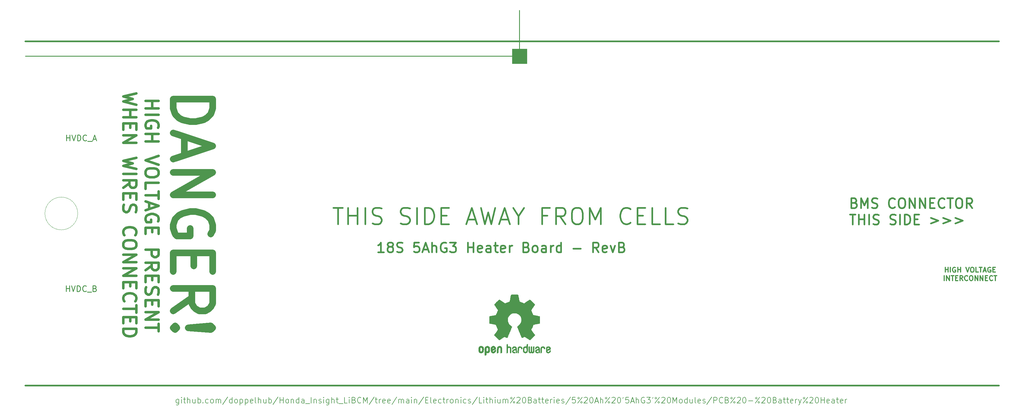
<source format=gto>
%TF.GenerationSoftware,KiCad,Pcbnew,(5.1.9-0-10_14)*%
%TF.CreationDate,2022-12-08T20:33:16-05:00*%
%TF.ProjectId,5AhG3-18S,35416847-332d-4313-9853-2e6b69636164,rev?*%
%TF.SameCoordinates,Original*%
%TF.FileFunction,Legend,Top*%
%TF.FilePolarity,Positive*%
%FSLAX46Y46*%
G04 Gerber Fmt 4.6, Leading zero omitted, Abs format (unit mm)*
G04 Created by KiCad (PCBNEW (5.1.9-0-10_14)) date 2022-12-08 20:33:16*
%MOMM*%
%LPD*%
G01*
G04 APERTURE LIST*
%ADD10C,0.250000*%
%ADD11C,0.100000*%
%ADD12C,0.300000*%
%ADD13C,2.000000*%
%ADD14C,0.750000*%
%ADD15C,0.150000*%
%ADD16C,0.500000*%
%ADD17C,0.120000*%
%ADD18C,0.010000*%
G04 APERTURE END LIST*
D10*
X224500000Y-88000000D02*
X74000000Y-88000000D01*
X224500000Y-88000000D02*
X224500000Y-74000000D01*
D11*
G36*
X226750000Y-90250000D02*
G01*
X222250000Y-90250000D01*
X222250000Y-85750000D01*
X226750000Y-85750000D01*
X226750000Y-90250000D01*
G37*
X226750000Y-90250000D02*
X222250000Y-90250000D01*
X222250000Y-85750000D01*
X226750000Y-85750000D01*
X226750000Y-90250000D01*
D12*
X354178571Y-153903571D02*
X354178571Y-152403571D01*
X354178571Y-153117857D02*
X355035714Y-153117857D01*
X355035714Y-153903571D02*
X355035714Y-152403571D01*
X355750000Y-153903571D02*
X355750000Y-152403571D01*
X357250000Y-152475000D02*
X357107142Y-152403571D01*
X356892857Y-152403571D01*
X356678571Y-152475000D01*
X356535714Y-152617857D01*
X356464285Y-152760714D01*
X356392857Y-153046428D01*
X356392857Y-153260714D01*
X356464285Y-153546428D01*
X356535714Y-153689285D01*
X356678571Y-153832142D01*
X356892857Y-153903571D01*
X357035714Y-153903571D01*
X357250000Y-153832142D01*
X357321428Y-153760714D01*
X357321428Y-153260714D01*
X357035714Y-153260714D01*
X357964285Y-153903571D02*
X357964285Y-152403571D01*
X357964285Y-153117857D02*
X358821428Y-153117857D01*
X358821428Y-153903571D02*
X358821428Y-152403571D01*
X360464285Y-152403571D02*
X360964285Y-153903571D01*
X361464285Y-152403571D01*
X362250000Y-152403571D02*
X362535714Y-152403571D01*
X362678571Y-152475000D01*
X362821428Y-152617857D01*
X362892857Y-152903571D01*
X362892857Y-153403571D01*
X362821428Y-153689285D01*
X362678571Y-153832142D01*
X362535714Y-153903571D01*
X362250000Y-153903571D01*
X362107142Y-153832142D01*
X361964285Y-153689285D01*
X361892857Y-153403571D01*
X361892857Y-152903571D01*
X361964285Y-152617857D01*
X362107142Y-152475000D01*
X362250000Y-152403571D01*
X364250000Y-153903571D02*
X363535714Y-153903571D01*
X363535714Y-152403571D01*
X364535714Y-152403571D02*
X365392857Y-152403571D01*
X364964285Y-153903571D02*
X364964285Y-152403571D01*
X365821428Y-153475000D02*
X366535714Y-153475000D01*
X365678571Y-153903571D02*
X366178571Y-152403571D01*
X366678571Y-153903571D01*
X367964285Y-152475000D02*
X367821428Y-152403571D01*
X367607142Y-152403571D01*
X367392857Y-152475000D01*
X367250000Y-152617857D01*
X367178571Y-152760714D01*
X367107142Y-153046428D01*
X367107142Y-153260714D01*
X367178571Y-153546428D01*
X367250000Y-153689285D01*
X367392857Y-153832142D01*
X367607142Y-153903571D01*
X367750000Y-153903571D01*
X367964285Y-153832142D01*
X368035714Y-153760714D01*
X368035714Y-153260714D01*
X367750000Y-153260714D01*
X368678571Y-153117857D02*
X369178571Y-153117857D01*
X369392857Y-153903571D02*
X368678571Y-153903571D01*
X368678571Y-152403571D01*
X369392857Y-152403571D01*
X353857142Y-156453571D02*
X353857142Y-154953571D01*
X354571428Y-156453571D02*
X354571428Y-154953571D01*
X355428571Y-156453571D01*
X355428571Y-154953571D01*
X355928571Y-154953571D02*
X356785714Y-154953571D01*
X356357142Y-156453571D02*
X356357142Y-154953571D01*
X357285714Y-155667857D02*
X357785714Y-155667857D01*
X358000000Y-156453571D02*
X357285714Y-156453571D01*
X357285714Y-154953571D01*
X358000000Y-154953571D01*
X359500000Y-156453571D02*
X359000000Y-155739285D01*
X358642857Y-156453571D02*
X358642857Y-154953571D01*
X359214285Y-154953571D01*
X359357142Y-155025000D01*
X359428571Y-155096428D01*
X359500000Y-155239285D01*
X359500000Y-155453571D01*
X359428571Y-155596428D01*
X359357142Y-155667857D01*
X359214285Y-155739285D01*
X358642857Y-155739285D01*
X361000000Y-156310714D02*
X360928571Y-156382142D01*
X360714285Y-156453571D01*
X360571428Y-156453571D01*
X360357142Y-156382142D01*
X360214285Y-156239285D01*
X360142857Y-156096428D01*
X360071428Y-155810714D01*
X360071428Y-155596428D01*
X360142857Y-155310714D01*
X360214285Y-155167857D01*
X360357142Y-155025000D01*
X360571428Y-154953571D01*
X360714285Y-154953571D01*
X360928571Y-155025000D01*
X361000000Y-155096428D01*
X361928571Y-154953571D02*
X362214285Y-154953571D01*
X362357142Y-155025000D01*
X362500000Y-155167857D01*
X362571428Y-155453571D01*
X362571428Y-155953571D01*
X362500000Y-156239285D01*
X362357142Y-156382142D01*
X362214285Y-156453571D01*
X361928571Y-156453571D01*
X361785714Y-156382142D01*
X361642857Y-156239285D01*
X361571428Y-155953571D01*
X361571428Y-155453571D01*
X361642857Y-155167857D01*
X361785714Y-155025000D01*
X361928571Y-154953571D01*
X363214285Y-156453571D02*
X363214285Y-154953571D01*
X364071428Y-156453571D01*
X364071428Y-154953571D01*
X364785714Y-156453571D02*
X364785714Y-154953571D01*
X365642857Y-156453571D01*
X365642857Y-154953571D01*
X366357142Y-155667857D02*
X366857142Y-155667857D01*
X367071428Y-156453571D02*
X366357142Y-156453571D01*
X366357142Y-154953571D01*
X367071428Y-154953571D01*
X368571428Y-156310714D02*
X368500000Y-156382142D01*
X368285714Y-156453571D01*
X368142857Y-156453571D01*
X367928571Y-156382142D01*
X367785714Y-156239285D01*
X367714285Y-156096428D01*
X367642857Y-155810714D01*
X367642857Y-155596428D01*
X367714285Y-155310714D01*
X367785714Y-155167857D01*
X367928571Y-155025000D01*
X368142857Y-154953571D01*
X368285714Y-154953571D01*
X368500000Y-155025000D01*
X368571428Y-155096428D01*
X369000000Y-154953571D02*
X369857142Y-154953571D01*
X369428571Y-156453571D02*
X369428571Y-154953571D01*
D13*
X119071428Y-101142857D02*
X131071428Y-101142857D01*
X131071428Y-104000000D01*
X130500000Y-105714285D01*
X129357142Y-106857142D01*
X128214285Y-107428571D01*
X125928571Y-108000000D01*
X124214285Y-108000000D01*
X121928571Y-107428571D01*
X120785714Y-106857142D01*
X119642857Y-105714285D01*
X119071428Y-104000000D01*
X119071428Y-101142857D01*
X122500000Y-112571428D02*
X122500000Y-118285714D01*
X119071428Y-111428571D02*
X131071428Y-115428571D01*
X119071428Y-119428571D01*
X119071428Y-123428571D02*
X131071428Y-123428571D01*
X119071428Y-130285714D01*
X131071428Y-130285714D01*
X130500000Y-142285714D02*
X131071428Y-141142857D01*
X131071428Y-139428571D01*
X130500000Y-137714285D01*
X129357142Y-136571428D01*
X128214285Y-136000000D01*
X125928571Y-135428571D01*
X124214285Y-135428571D01*
X121928571Y-136000000D01*
X120785714Y-136571428D01*
X119642857Y-137714285D01*
X119071428Y-139428571D01*
X119071428Y-140571428D01*
X119642857Y-142285714D01*
X120214285Y-142857142D01*
X124214285Y-142857142D01*
X124214285Y-140571428D01*
X125357142Y-148000000D02*
X125357142Y-152000000D01*
X119071428Y-153714285D02*
X119071428Y-148000000D01*
X131071428Y-148000000D01*
X131071428Y-153714285D01*
X119071428Y-165714285D02*
X124785714Y-161714285D01*
X119071428Y-158857142D02*
X131071428Y-158857142D01*
X131071428Y-163428571D01*
X130500000Y-164571428D01*
X129928571Y-165142857D01*
X128785714Y-165714285D01*
X127071428Y-165714285D01*
X125928571Y-165142857D01*
X125357142Y-164571428D01*
X124785714Y-163428571D01*
X124785714Y-158857142D01*
X120214285Y-170857142D02*
X119642857Y-171428571D01*
X119071428Y-170857142D01*
X119642857Y-170285714D01*
X120214285Y-170857142D01*
X119071428Y-170857142D01*
X123642857Y-170857142D02*
X130500000Y-170285714D01*
X131071428Y-170857142D01*
X130500000Y-171428571D01*
X123642857Y-170857142D01*
X131071428Y-170857142D01*
D14*
X110565476Y-101642857D02*
X114565476Y-101642857D01*
X112660714Y-101642857D02*
X112660714Y-103928571D01*
X110565476Y-103928571D02*
X114565476Y-103928571D01*
X110565476Y-105833333D02*
X114565476Y-105833333D01*
X114375000Y-109833333D02*
X114565476Y-109452380D01*
X114565476Y-108880952D01*
X114375000Y-108309523D01*
X113994047Y-107928571D01*
X113613095Y-107738095D01*
X112851190Y-107547619D01*
X112279761Y-107547619D01*
X111517857Y-107738095D01*
X111136904Y-107928571D01*
X110755952Y-108309523D01*
X110565476Y-108880952D01*
X110565476Y-109261904D01*
X110755952Y-109833333D01*
X110946428Y-110023809D01*
X112279761Y-110023809D01*
X112279761Y-109261904D01*
X110565476Y-111738095D02*
X114565476Y-111738095D01*
X112660714Y-111738095D02*
X112660714Y-114023809D01*
X110565476Y-114023809D02*
X114565476Y-114023809D01*
X114565476Y-118404761D02*
X110565476Y-119738095D01*
X114565476Y-121071428D01*
X114565476Y-123166666D02*
X114565476Y-123928571D01*
X114375000Y-124309523D01*
X113994047Y-124690476D01*
X113232142Y-124880952D01*
X111898809Y-124880952D01*
X111136904Y-124690476D01*
X110755952Y-124309523D01*
X110565476Y-123928571D01*
X110565476Y-123166666D01*
X110755952Y-122785714D01*
X111136904Y-122404761D01*
X111898809Y-122214285D01*
X113232142Y-122214285D01*
X113994047Y-122404761D01*
X114375000Y-122785714D01*
X114565476Y-123166666D01*
X110565476Y-128499999D02*
X110565476Y-126595238D01*
X114565476Y-126595238D01*
X114565476Y-129261904D02*
X114565476Y-131547619D01*
X110565476Y-130404761D02*
X114565476Y-130404761D01*
X111708333Y-132690476D02*
X111708333Y-134595238D01*
X110565476Y-132309523D02*
X114565476Y-133642857D01*
X110565476Y-134976190D01*
X114375000Y-138404761D02*
X114565476Y-138023809D01*
X114565476Y-137452380D01*
X114375000Y-136880952D01*
X113994047Y-136499999D01*
X113613095Y-136309523D01*
X112851190Y-136119047D01*
X112279761Y-136119047D01*
X111517857Y-136309523D01*
X111136904Y-136500000D01*
X110755952Y-136880952D01*
X110565476Y-137452380D01*
X110565476Y-137833333D01*
X110755952Y-138404761D01*
X110946428Y-138595238D01*
X112279761Y-138595238D01*
X112279761Y-137833333D01*
X112660714Y-140309523D02*
X112660714Y-141642857D01*
X110565476Y-142214285D02*
X110565476Y-140309523D01*
X114565476Y-140309523D01*
X114565476Y-142214285D01*
X110565476Y-146976190D02*
X114565476Y-146976190D01*
X114565476Y-148500000D01*
X114375000Y-148880952D01*
X114184523Y-149071428D01*
X113803571Y-149261904D01*
X113232142Y-149261904D01*
X112851190Y-149071428D01*
X112660714Y-148880952D01*
X112470238Y-148500000D01*
X112470238Y-146976190D01*
X110565476Y-153261904D02*
X112470238Y-151928571D01*
X110565476Y-150976190D02*
X114565476Y-150976190D01*
X114565476Y-152500000D01*
X114375000Y-152880952D01*
X114184523Y-153071428D01*
X113803571Y-153261904D01*
X113232142Y-153261904D01*
X112851190Y-153071428D01*
X112660714Y-152880952D01*
X112470238Y-152500000D01*
X112470238Y-150976190D01*
X112660714Y-154976190D02*
X112660714Y-156309523D01*
X110565476Y-156880952D02*
X110565476Y-154976190D01*
X114565476Y-154976190D01*
X114565476Y-156880952D01*
X110755952Y-158404761D02*
X110565476Y-158976190D01*
X110565476Y-159928571D01*
X110755952Y-160309523D01*
X110946428Y-160500000D01*
X111327380Y-160690476D01*
X111708333Y-160690476D01*
X112089285Y-160500000D01*
X112279761Y-160309523D01*
X112470238Y-159928571D01*
X112660714Y-159166666D01*
X112851190Y-158785714D01*
X113041666Y-158595238D01*
X113422619Y-158404761D01*
X113803571Y-158404761D01*
X114184523Y-158595238D01*
X114375000Y-158785714D01*
X114565476Y-159166666D01*
X114565476Y-160119047D01*
X114375000Y-160690476D01*
X112660714Y-162404761D02*
X112660714Y-163738095D01*
X110565476Y-164309523D02*
X110565476Y-162404761D01*
X114565476Y-162404761D01*
X114565476Y-164309523D01*
X110565476Y-166023809D02*
X114565476Y-166023809D01*
X110565476Y-168309523D01*
X114565476Y-168309523D01*
X114565476Y-169642857D02*
X114565476Y-171928571D01*
X110565476Y-170785714D02*
X114565476Y-170785714D01*
X107815476Y-99357142D02*
X103815476Y-100309523D01*
X106672619Y-101071428D01*
X103815476Y-101833333D01*
X107815476Y-102785714D01*
X103815476Y-104309523D02*
X107815476Y-104309523D01*
X105910714Y-104309523D02*
X105910714Y-106595238D01*
X103815476Y-106595238D02*
X107815476Y-106595238D01*
X105910714Y-108500000D02*
X105910714Y-109833333D01*
X103815476Y-110404761D02*
X103815476Y-108500000D01*
X107815476Y-108500000D01*
X107815476Y-110404761D01*
X103815476Y-112119047D02*
X107815476Y-112119047D01*
X103815476Y-114404761D01*
X107815476Y-114404761D01*
X107815476Y-118976190D02*
X103815476Y-119928571D01*
X106672619Y-120690476D01*
X103815476Y-121452380D01*
X107815476Y-122404761D01*
X103815476Y-123928571D02*
X107815476Y-123928571D01*
X103815476Y-128119047D02*
X105720238Y-126785714D01*
X103815476Y-125833333D02*
X107815476Y-125833333D01*
X107815476Y-127357142D01*
X107625000Y-127738095D01*
X107434523Y-127928571D01*
X107053571Y-128119047D01*
X106482142Y-128119047D01*
X106101190Y-127928571D01*
X105910714Y-127738095D01*
X105720238Y-127357142D01*
X105720238Y-125833333D01*
X105910714Y-129833333D02*
X105910714Y-131166666D01*
X103815476Y-131738095D02*
X103815476Y-129833333D01*
X107815476Y-129833333D01*
X107815476Y-131738095D01*
X104005952Y-133261904D02*
X103815476Y-133833333D01*
X103815476Y-134785714D01*
X104005952Y-135166666D01*
X104196428Y-135357142D01*
X104577380Y-135547619D01*
X104958333Y-135547619D01*
X105339285Y-135357142D01*
X105529761Y-135166666D01*
X105720238Y-134785714D01*
X105910714Y-134023809D01*
X106101190Y-133642857D01*
X106291666Y-133452380D01*
X106672619Y-133261904D01*
X107053571Y-133261904D01*
X107434523Y-133452380D01*
X107625000Y-133642857D01*
X107815476Y-134023809D01*
X107815476Y-134976190D01*
X107625000Y-135547619D01*
X104196428Y-142595238D02*
X104005952Y-142404761D01*
X103815476Y-141833333D01*
X103815476Y-141452380D01*
X104005952Y-140880952D01*
X104386904Y-140500000D01*
X104767857Y-140309523D01*
X105529761Y-140119047D01*
X106101190Y-140119047D01*
X106863095Y-140309523D01*
X107244047Y-140500000D01*
X107625000Y-140880952D01*
X107815476Y-141452380D01*
X107815476Y-141833333D01*
X107625000Y-142404761D01*
X107434523Y-142595238D01*
X107815476Y-145071428D02*
X107815476Y-145833333D01*
X107625000Y-146214285D01*
X107244047Y-146595238D01*
X106482142Y-146785714D01*
X105148809Y-146785714D01*
X104386904Y-146595238D01*
X104005952Y-146214285D01*
X103815476Y-145833333D01*
X103815476Y-145071428D01*
X104005952Y-144690476D01*
X104386904Y-144309523D01*
X105148809Y-144119047D01*
X106482142Y-144119047D01*
X107244047Y-144309523D01*
X107625000Y-144690476D01*
X107815476Y-145071428D01*
X103815476Y-148500000D02*
X107815476Y-148500000D01*
X103815476Y-150785714D01*
X107815476Y-150785714D01*
X103815476Y-152690476D02*
X107815476Y-152690476D01*
X103815476Y-154976190D01*
X107815476Y-154976190D01*
X105910714Y-156880952D02*
X105910714Y-158214285D01*
X103815476Y-158785714D02*
X103815476Y-156880952D01*
X107815476Y-156880952D01*
X107815476Y-158785714D01*
X104196428Y-162785714D02*
X104005952Y-162595238D01*
X103815476Y-162023809D01*
X103815476Y-161642857D01*
X104005952Y-161071428D01*
X104386904Y-160690476D01*
X104767857Y-160499999D01*
X105529761Y-160309523D01*
X106101190Y-160309523D01*
X106863095Y-160499999D01*
X107244047Y-160690476D01*
X107625000Y-161071428D01*
X107815476Y-161642857D01*
X107815476Y-162023809D01*
X107625000Y-162595238D01*
X107434523Y-162785714D01*
X107815476Y-163928571D02*
X107815476Y-166214285D01*
X103815476Y-165071428D02*
X107815476Y-165071428D01*
X105910714Y-167547619D02*
X105910714Y-168880952D01*
X103815476Y-169452380D02*
X103815476Y-167547619D01*
X107815476Y-167547619D01*
X107815476Y-169452380D01*
X103815476Y-171166666D02*
X107815476Y-171166666D01*
X107815476Y-172119047D01*
X107625000Y-172690476D01*
X107244047Y-173071428D01*
X106863095Y-173261904D01*
X106101190Y-173452380D01*
X105529761Y-173452380D01*
X104767857Y-173261904D01*
X104386904Y-173071428D01*
X104005952Y-172690476D01*
X103815476Y-172119047D01*
X103815476Y-171166666D01*
D15*
X120750000Y-192625000D02*
X120750000Y-194041666D01*
X120666666Y-194208333D01*
X120583333Y-194291666D01*
X120416666Y-194375000D01*
X120166666Y-194375000D01*
X120000000Y-194291666D01*
X120750000Y-193708333D02*
X120583333Y-193791666D01*
X120250000Y-193791666D01*
X120083333Y-193708333D01*
X120000000Y-193625000D01*
X119916666Y-193458333D01*
X119916666Y-192958333D01*
X120000000Y-192791666D01*
X120083333Y-192708333D01*
X120250000Y-192625000D01*
X120583333Y-192625000D01*
X120750000Y-192708333D01*
X121583333Y-193791666D02*
X121583333Y-192625000D01*
X121583333Y-192041666D02*
X121500000Y-192125000D01*
X121583333Y-192208333D01*
X121666666Y-192125000D01*
X121583333Y-192041666D01*
X121583333Y-192208333D01*
X122166666Y-192625000D02*
X122833333Y-192625000D01*
X122416666Y-192041666D02*
X122416666Y-193541666D01*
X122500000Y-193708333D01*
X122666666Y-193791666D01*
X122833333Y-193791666D01*
X123416666Y-193791666D02*
X123416666Y-192041666D01*
X124166666Y-193791666D02*
X124166666Y-192875000D01*
X124083333Y-192708333D01*
X123916666Y-192625000D01*
X123666666Y-192625000D01*
X123500000Y-192708333D01*
X123416666Y-192791666D01*
X125750000Y-192625000D02*
X125750000Y-193791666D01*
X125000000Y-192625000D02*
X125000000Y-193541666D01*
X125083333Y-193708333D01*
X125250000Y-193791666D01*
X125500000Y-193791666D01*
X125666666Y-193708333D01*
X125750000Y-193625000D01*
X126583333Y-193791666D02*
X126583333Y-192041666D01*
X126583333Y-192708333D02*
X126750000Y-192625000D01*
X127083333Y-192625000D01*
X127250000Y-192708333D01*
X127333333Y-192791666D01*
X127416666Y-192958333D01*
X127416666Y-193458333D01*
X127333333Y-193625000D01*
X127250000Y-193708333D01*
X127083333Y-193791666D01*
X126750000Y-193791666D01*
X126583333Y-193708333D01*
X128166666Y-193625000D02*
X128250000Y-193708333D01*
X128166666Y-193791666D01*
X128083333Y-193708333D01*
X128166666Y-193625000D01*
X128166666Y-193791666D01*
X129750000Y-193708333D02*
X129583333Y-193791666D01*
X129250000Y-193791666D01*
X129083333Y-193708333D01*
X129000000Y-193625000D01*
X128916666Y-193458333D01*
X128916666Y-192958333D01*
X129000000Y-192791666D01*
X129083333Y-192708333D01*
X129250000Y-192625000D01*
X129583333Y-192625000D01*
X129750000Y-192708333D01*
X130750000Y-193791666D02*
X130583333Y-193708333D01*
X130500000Y-193625000D01*
X130416666Y-193458333D01*
X130416666Y-192958333D01*
X130500000Y-192791666D01*
X130583333Y-192708333D01*
X130750000Y-192625000D01*
X131000000Y-192625000D01*
X131166666Y-192708333D01*
X131250000Y-192791666D01*
X131333333Y-192958333D01*
X131333333Y-193458333D01*
X131250000Y-193625000D01*
X131166666Y-193708333D01*
X131000000Y-193791666D01*
X130750000Y-193791666D01*
X132083333Y-193791666D02*
X132083333Y-192625000D01*
X132083333Y-192791666D02*
X132166666Y-192708333D01*
X132333333Y-192625000D01*
X132583333Y-192625000D01*
X132750000Y-192708333D01*
X132833333Y-192875000D01*
X132833333Y-193791666D01*
X132833333Y-192875000D02*
X132916666Y-192708333D01*
X133083333Y-192625000D01*
X133333333Y-192625000D01*
X133500000Y-192708333D01*
X133583333Y-192875000D01*
X133583333Y-193791666D01*
X135666666Y-191958333D02*
X134166666Y-194208333D01*
X137000000Y-193791666D02*
X137000000Y-192041666D01*
X137000000Y-193708333D02*
X136833333Y-193791666D01*
X136500000Y-193791666D01*
X136333333Y-193708333D01*
X136250000Y-193625000D01*
X136166666Y-193458333D01*
X136166666Y-192958333D01*
X136250000Y-192791666D01*
X136333333Y-192708333D01*
X136500000Y-192625000D01*
X136833333Y-192625000D01*
X137000000Y-192708333D01*
X138083333Y-193791666D02*
X137916666Y-193708333D01*
X137833333Y-193625000D01*
X137750000Y-193458333D01*
X137750000Y-192958333D01*
X137833333Y-192791666D01*
X137916666Y-192708333D01*
X138083333Y-192625000D01*
X138333333Y-192625000D01*
X138500000Y-192708333D01*
X138583333Y-192791666D01*
X138666666Y-192958333D01*
X138666666Y-193458333D01*
X138583333Y-193625000D01*
X138500000Y-193708333D01*
X138333333Y-193791666D01*
X138083333Y-193791666D01*
X139416666Y-192625000D02*
X139416666Y-194375000D01*
X139416666Y-192708333D02*
X139583333Y-192625000D01*
X139916666Y-192625000D01*
X140083333Y-192708333D01*
X140166666Y-192791666D01*
X140250000Y-192958333D01*
X140250000Y-193458333D01*
X140166666Y-193625000D01*
X140083333Y-193708333D01*
X139916666Y-193791666D01*
X139583333Y-193791666D01*
X139416666Y-193708333D01*
X141000000Y-192625000D02*
X141000000Y-194375000D01*
X141000000Y-192708333D02*
X141166666Y-192625000D01*
X141500000Y-192625000D01*
X141666666Y-192708333D01*
X141750000Y-192791666D01*
X141833333Y-192958333D01*
X141833333Y-193458333D01*
X141750000Y-193625000D01*
X141666666Y-193708333D01*
X141500000Y-193791666D01*
X141166666Y-193791666D01*
X141000000Y-193708333D01*
X143250000Y-193708333D02*
X143083333Y-193791666D01*
X142750000Y-193791666D01*
X142583333Y-193708333D01*
X142500000Y-193541666D01*
X142500000Y-192875000D01*
X142583333Y-192708333D01*
X142750000Y-192625000D01*
X143083333Y-192625000D01*
X143250000Y-192708333D01*
X143333333Y-192875000D01*
X143333333Y-193041666D01*
X142500000Y-193208333D01*
X144333333Y-193791666D02*
X144166666Y-193708333D01*
X144083333Y-193541666D01*
X144083333Y-192041666D01*
X145000000Y-193791666D02*
X145000000Y-192041666D01*
X145750000Y-193791666D02*
X145750000Y-192875000D01*
X145666666Y-192708333D01*
X145500000Y-192625000D01*
X145250000Y-192625000D01*
X145083333Y-192708333D01*
X145000000Y-192791666D01*
X147333333Y-192625000D02*
X147333333Y-193791666D01*
X146583333Y-192625000D02*
X146583333Y-193541666D01*
X146666666Y-193708333D01*
X146833333Y-193791666D01*
X147083333Y-193791666D01*
X147250000Y-193708333D01*
X147333333Y-193625000D01*
X148166666Y-193791666D02*
X148166666Y-192041666D01*
X148166666Y-192708333D02*
X148333333Y-192625000D01*
X148666666Y-192625000D01*
X148833333Y-192708333D01*
X148916666Y-192791666D01*
X149000000Y-192958333D01*
X149000000Y-193458333D01*
X148916666Y-193625000D01*
X148833333Y-193708333D01*
X148666666Y-193791666D01*
X148333333Y-193791666D01*
X148166666Y-193708333D01*
X151000000Y-191958333D02*
X149500000Y-194208333D01*
X151583333Y-193791666D02*
X151583333Y-192041666D01*
X151583333Y-192875000D02*
X152583333Y-192875000D01*
X152583333Y-193791666D02*
X152583333Y-192041666D01*
X153666666Y-193791666D02*
X153500000Y-193708333D01*
X153416666Y-193625000D01*
X153333333Y-193458333D01*
X153333333Y-192958333D01*
X153416666Y-192791666D01*
X153500000Y-192708333D01*
X153666666Y-192625000D01*
X153916666Y-192625000D01*
X154083333Y-192708333D01*
X154166666Y-192791666D01*
X154250000Y-192958333D01*
X154250000Y-193458333D01*
X154166666Y-193625000D01*
X154083333Y-193708333D01*
X153916666Y-193791666D01*
X153666666Y-193791666D01*
X155000000Y-192625000D02*
X155000000Y-193791666D01*
X155000000Y-192791666D02*
X155083333Y-192708333D01*
X155250000Y-192625000D01*
X155500000Y-192625000D01*
X155666666Y-192708333D01*
X155750000Y-192875000D01*
X155750000Y-193791666D01*
X157333333Y-193791666D02*
X157333333Y-192041666D01*
X157333333Y-193708333D02*
X157166666Y-193791666D01*
X156833333Y-193791666D01*
X156666666Y-193708333D01*
X156583333Y-193625000D01*
X156500000Y-193458333D01*
X156500000Y-192958333D01*
X156583333Y-192791666D01*
X156666666Y-192708333D01*
X156833333Y-192625000D01*
X157166666Y-192625000D01*
X157333333Y-192708333D01*
X158916666Y-193791666D02*
X158916666Y-192875000D01*
X158833333Y-192708333D01*
X158666666Y-192625000D01*
X158333333Y-192625000D01*
X158166666Y-192708333D01*
X158916666Y-193708333D02*
X158750000Y-193791666D01*
X158333333Y-193791666D01*
X158166666Y-193708333D01*
X158083333Y-193541666D01*
X158083333Y-193375000D01*
X158166666Y-193208333D01*
X158333333Y-193125000D01*
X158750000Y-193125000D01*
X158916666Y-193041666D01*
X159333333Y-193958333D02*
X160666666Y-193958333D01*
X161083333Y-193791666D02*
X161083333Y-192041666D01*
X161916666Y-192625000D02*
X161916666Y-193791666D01*
X161916666Y-192791666D02*
X162000000Y-192708333D01*
X162166666Y-192625000D01*
X162416666Y-192625000D01*
X162583333Y-192708333D01*
X162666666Y-192875000D01*
X162666666Y-193791666D01*
X163416666Y-193708333D02*
X163583333Y-193791666D01*
X163916666Y-193791666D01*
X164083333Y-193708333D01*
X164166666Y-193541666D01*
X164166666Y-193458333D01*
X164083333Y-193291666D01*
X163916666Y-193208333D01*
X163666666Y-193208333D01*
X163500000Y-193125000D01*
X163416666Y-192958333D01*
X163416666Y-192875000D01*
X163500000Y-192708333D01*
X163666666Y-192625000D01*
X163916666Y-192625000D01*
X164083333Y-192708333D01*
X164916666Y-193791666D02*
X164916666Y-192625000D01*
X164916666Y-192041666D02*
X164833333Y-192125000D01*
X164916666Y-192208333D01*
X165000000Y-192125000D01*
X164916666Y-192041666D01*
X164916666Y-192208333D01*
X166500000Y-192625000D02*
X166500000Y-194041666D01*
X166416666Y-194208333D01*
X166333333Y-194291666D01*
X166166666Y-194375000D01*
X165916666Y-194375000D01*
X165750000Y-194291666D01*
X166500000Y-193708333D02*
X166333333Y-193791666D01*
X166000000Y-193791666D01*
X165833333Y-193708333D01*
X165750000Y-193625000D01*
X165666666Y-193458333D01*
X165666666Y-192958333D01*
X165750000Y-192791666D01*
X165833333Y-192708333D01*
X166000000Y-192625000D01*
X166333333Y-192625000D01*
X166500000Y-192708333D01*
X167333333Y-193791666D02*
X167333333Y-192041666D01*
X168083333Y-193791666D02*
X168083333Y-192875000D01*
X168000000Y-192708333D01*
X167833333Y-192625000D01*
X167583333Y-192625000D01*
X167416666Y-192708333D01*
X167333333Y-192791666D01*
X168666666Y-192625000D02*
X169333333Y-192625000D01*
X168916666Y-192041666D02*
X168916666Y-193541666D01*
X169000000Y-193708333D01*
X169166666Y-193791666D01*
X169333333Y-193791666D01*
X169500000Y-193958333D02*
X170833333Y-193958333D01*
X172083333Y-193791666D02*
X171250000Y-193791666D01*
X171250000Y-192041666D01*
X172666666Y-193791666D02*
X172666666Y-192625000D01*
X172666666Y-192041666D02*
X172583333Y-192125000D01*
X172666666Y-192208333D01*
X172750000Y-192125000D01*
X172666666Y-192041666D01*
X172666666Y-192208333D01*
X174083333Y-192875000D02*
X174333333Y-192958333D01*
X174416666Y-193041666D01*
X174500000Y-193208333D01*
X174500000Y-193458333D01*
X174416666Y-193625000D01*
X174333333Y-193708333D01*
X174166666Y-193791666D01*
X173500000Y-193791666D01*
X173500000Y-192041666D01*
X174083333Y-192041666D01*
X174250000Y-192125000D01*
X174333333Y-192208333D01*
X174416666Y-192375000D01*
X174416666Y-192541666D01*
X174333333Y-192708333D01*
X174250000Y-192791666D01*
X174083333Y-192875000D01*
X173500000Y-192875000D01*
X176250000Y-193625000D02*
X176166666Y-193708333D01*
X175916666Y-193791666D01*
X175750000Y-193791666D01*
X175500000Y-193708333D01*
X175333333Y-193541666D01*
X175250000Y-193375000D01*
X175166666Y-193041666D01*
X175166666Y-192791666D01*
X175250000Y-192458333D01*
X175333333Y-192291666D01*
X175500000Y-192125000D01*
X175750000Y-192041666D01*
X175916666Y-192041666D01*
X176166666Y-192125000D01*
X176250000Y-192208333D01*
X177000000Y-193791666D02*
X177000000Y-192041666D01*
X177583333Y-193291666D01*
X178166666Y-192041666D01*
X178166666Y-193791666D01*
X180250000Y-191958333D02*
X178750000Y-194208333D01*
X180583333Y-192625000D02*
X181250000Y-192625000D01*
X180833333Y-192041666D02*
X180833333Y-193541666D01*
X180916666Y-193708333D01*
X181083333Y-193791666D01*
X181250000Y-193791666D01*
X181833333Y-193791666D02*
X181833333Y-192625000D01*
X181833333Y-192958333D02*
X181916666Y-192791666D01*
X182000000Y-192708333D01*
X182166666Y-192625000D01*
X182333333Y-192625000D01*
X183583333Y-193708333D02*
X183416666Y-193791666D01*
X183083333Y-193791666D01*
X182916666Y-193708333D01*
X182833333Y-193541666D01*
X182833333Y-192875000D01*
X182916666Y-192708333D01*
X183083333Y-192625000D01*
X183416666Y-192625000D01*
X183583333Y-192708333D01*
X183666666Y-192875000D01*
X183666666Y-193041666D01*
X182833333Y-193208333D01*
X185083333Y-193708333D02*
X184916666Y-193791666D01*
X184583333Y-193791666D01*
X184416666Y-193708333D01*
X184333333Y-193541666D01*
X184333333Y-192875000D01*
X184416666Y-192708333D01*
X184583333Y-192625000D01*
X184916666Y-192625000D01*
X185083333Y-192708333D01*
X185166666Y-192875000D01*
X185166666Y-193041666D01*
X184333333Y-193208333D01*
X187166666Y-191958333D02*
X185666666Y-194208333D01*
X187750000Y-193791666D02*
X187750000Y-192625000D01*
X187750000Y-192791666D02*
X187833333Y-192708333D01*
X188000000Y-192625000D01*
X188250000Y-192625000D01*
X188416666Y-192708333D01*
X188500000Y-192875000D01*
X188500000Y-193791666D01*
X188500000Y-192875000D02*
X188583333Y-192708333D01*
X188750000Y-192625000D01*
X189000000Y-192625000D01*
X189166666Y-192708333D01*
X189250000Y-192875000D01*
X189250000Y-193791666D01*
X190833333Y-193791666D02*
X190833333Y-192875000D01*
X190750000Y-192708333D01*
X190583333Y-192625000D01*
X190250000Y-192625000D01*
X190083333Y-192708333D01*
X190833333Y-193708333D02*
X190666666Y-193791666D01*
X190250000Y-193791666D01*
X190083333Y-193708333D01*
X190000000Y-193541666D01*
X190000000Y-193375000D01*
X190083333Y-193208333D01*
X190250000Y-193125000D01*
X190666666Y-193125000D01*
X190833333Y-193041666D01*
X191666666Y-193791666D02*
X191666666Y-192625000D01*
X191666666Y-192041666D02*
X191583333Y-192125000D01*
X191666666Y-192208333D01*
X191750000Y-192125000D01*
X191666666Y-192041666D01*
X191666666Y-192208333D01*
X192500000Y-192625000D02*
X192500000Y-193791666D01*
X192500000Y-192791666D02*
X192583333Y-192708333D01*
X192750000Y-192625000D01*
X193000000Y-192625000D01*
X193166666Y-192708333D01*
X193250000Y-192875000D01*
X193250000Y-193791666D01*
X195333333Y-191958333D02*
X193833333Y-194208333D01*
X195916666Y-192875000D02*
X196500000Y-192875000D01*
X196750000Y-193791666D02*
X195916666Y-193791666D01*
X195916666Y-192041666D01*
X196750000Y-192041666D01*
X197750000Y-193791666D02*
X197583333Y-193708333D01*
X197500000Y-193541666D01*
X197500000Y-192041666D01*
X199083333Y-193708333D02*
X198916666Y-193791666D01*
X198583333Y-193791666D01*
X198416666Y-193708333D01*
X198333333Y-193541666D01*
X198333333Y-192875000D01*
X198416666Y-192708333D01*
X198583333Y-192625000D01*
X198916666Y-192625000D01*
X199083333Y-192708333D01*
X199166666Y-192875000D01*
X199166666Y-193041666D01*
X198333333Y-193208333D01*
X200666666Y-193708333D02*
X200500000Y-193791666D01*
X200166666Y-193791666D01*
X200000000Y-193708333D01*
X199916666Y-193625000D01*
X199833333Y-193458333D01*
X199833333Y-192958333D01*
X199916666Y-192791666D01*
X200000000Y-192708333D01*
X200166666Y-192625000D01*
X200500000Y-192625000D01*
X200666666Y-192708333D01*
X201166666Y-192625000D02*
X201833333Y-192625000D01*
X201416666Y-192041666D02*
X201416666Y-193541666D01*
X201500000Y-193708333D01*
X201666666Y-193791666D01*
X201833333Y-193791666D01*
X202416666Y-193791666D02*
X202416666Y-192625000D01*
X202416666Y-192958333D02*
X202500000Y-192791666D01*
X202583333Y-192708333D01*
X202750000Y-192625000D01*
X202916666Y-192625000D01*
X203750000Y-193791666D02*
X203583333Y-193708333D01*
X203500000Y-193625000D01*
X203416666Y-193458333D01*
X203416666Y-192958333D01*
X203500000Y-192791666D01*
X203583333Y-192708333D01*
X203750000Y-192625000D01*
X204000000Y-192625000D01*
X204166666Y-192708333D01*
X204250000Y-192791666D01*
X204333333Y-192958333D01*
X204333333Y-193458333D01*
X204250000Y-193625000D01*
X204166666Y-193708333D01*
X204000000Y-193791666D01*
X203750000Y-193791666D01*
X205083333Y-192625000D02*
X205083333Y-193791666D01*
X205083333Y-192791666D02*
X205166666Y-192708333D01*
X205333333Y-192625000D01*
X205583333Y-192625000D01*
X205750000Y-192708333D01*
X205833333Y-192875000D01*
X205833333Y-193791666D01*
X206666666Y-193791666D02*
X206666666Y-192625000D01*
X206666666Y-192041666D02*
X206583333Y-192125000D01*
X206666666Y-192208333D01*
X206750000Y-192125000D01*
X206666666Y-192041666D01*
X206666666Y-192208333D01*
X208250000Y-193708333D02*
X208083333Y-193791666D01*
X207750000Y-193791666D01*
X207583333Y-193708333D01*
X207500000Y-193625000D01*
X207416666Y-193458333D01*
X207416666Y-192958333D01*
X207500000Y-192791666D01*
X207583333Y-192708333D01*
X207750000Y-192625000D01*
X208083333Y-192625000D01*
X208250000Y-192708333D01*
X208916666Y-193708333D02*
X209083333Y-193791666D01*
X209416666Y-193791666D01*
X209583333Y-193708333D01*
X209666666Y-193541666D01*
X209666666Y-193458333D01*
X209583333Y-193291666D01*
X209416666Y-193208333D01*
X209166666Y-193208333D01*
X209000000Y-193125000D01*
X208916666Y-192958333D01*
X208916666Y-192875000D01*
X209000000Y-192708333D01*
X209166666Y-192625000D01*
X209416666Y-192625000D01*
X209583333Y-192708333D01*
X211666666Y-191958333D02*
X210166666Y-194208333D01*
X213083333Y-193791666D02*
X212250000Y-193791666D01*
X212250000Y-192041666D01*
X213666666Y-193791666D02*
X213666666Y-192625000D01*
X213666666Y-192041666D02*
X213583333Y-192125000D01*
X213666666Y-192208333D01*
X213750000Y-192125000D01*
X213666666Y-192041666D01*
X213666666Y-192208333D01*
X214250000Y-192625000D02*
X214916666Y-192625000D01*
X214500000Y-192041666D02*
X214500000Y-193541666D01*
X214583333Y-193708333D01*
X214750000Y-193791666D01*
X214916666Y-193791666D01*
X215500000Y-193791666D02*
X215500000Y-192041666D01*
X216250000Y-193791666D02*
X216250000Y-192875000D01*
X216166666Y-192708333D01*
X216000000Y-192625000D01*
X215750000Y-192625000D01*
X215583333Y-192708333D01*
X215500000Y-192791666D01*
X217083333Y-193791666D02*
X217083333Y-192625000D01*
X217083333Y-192041666D02*
X217000000Y-192125000D01*
X217083333Y-192208333D01*
X217166666Y-192125000D01*
X217083333Y-192041666D01*
X217083333Y-192208333D01*
X218666666Y-192625000D02*
X218666666Y-193791666D01*
X217916666Y-192625000D02*
X217916666Y-193541666D01*
X218000000Y-193708333D01*
X218166666Y-193791666D01*
X218416666Y-193791666D01*
X218583333Y-193708333D01*
X218666666Y-193625000D01*
X219500000Y-193791666D02*
X219500000Y-192625000D01*
X219500000Y-192791666D02*
X219583333Y-192708333D01*
X219750000Y-192625000D01*
X220000000Y-192625000D01*
X220166666Y-192708333D01*
X220250000Y-192875000D01*
X220250000Y-193791666D01*
X220250000Y-192875000D02*
X220333333Y-192708333D01*
X220500000Y-192625000D01*
X220750000Y-192625000D01*
X220916666Y-192708333D01*
X221000000Y-192875000D01*
X221000000Y-193791666D01*
X221750000Y-193791666D02*
X223083333Y-192041666D01*
X222000000Y-192041666D02*
X222166666Y-192125000D01*
X222250000Y-192291666D01*
X222166666Y-192458333D01*
X222000000Y-192541666D01*
X221833333Y-192458333D01*
X221750000Y-192291666D01*
X221833333Y-192125000D01*
X222000000Y-192041666D01*
X223000000Y-193708333D02*
X223083333Y-193541666D01*
X223000000Y-193375000D01*
X222833333Y-193291666D01*
X222666666Y-193375000D01*
X222583333Y-193541666D01*
X222666666Y-193708333D01*
X222833333Y-193791666D01*
X223000000Y-193708333D01*
X223750000Y-192208333D02*
X223833333Y-192125000D01*
X224000000Y-192041666D01*
X224416666Y-192041666D01*
X224583333Y-192125000D01*
X224666666Y-192208333D01*
X224750000Y-192375000D01*
X224750000Y-192541666D01*
X224666666Y-192791666D01*
X223666666Y-193791666D01*
X224750000Y-193791666D01*
X225833333Y-192041666D02*
X226000000Y-192041666D01*
X226166666Y-192125000D01*
X226250000Y-192208333D01*
X226333333Y-192375000D01*
X226416666Y-192708333D01*
X226416666Y-193125000D01*
X226333333Y-193458333D01*
X226250000Y-193625000D01*
X226166666Y-193708333D01*
X226000000Y-193791666D01*
X225833333Y-193791666D01*
X225666666Y-193708333D01*
X225583333Y-193625000D01*
X225500000Y-193458333D01*
X225416666Y-193125000D01*
X225416666Y-192708333D01*
X225500000Y-192375000D01*
X225583333Y-192208333D01*
X225666666Y-192125000D01*
X225833333Y-192041666D01*
X227750000Y-192875000D02*
X228000000Y-192958333D01*
X228083333Y-193041666D01*
X228166666Y-193208333D01*
X228166666Y-193458333D01*
X228083333Y-193625000D01*
X228000000Y-193708333D01*
X227833333Y-193791666D01*
X227166666Y-193791666D01*
X227166666Y-192041666D01*
X227750000Y-192041666D01*
X227916666Y-192125000D01*
X228000000Y-192208333D01*
X228083333Y-192375000D01*
X228083333Y-192541666D01*
X228000000Y-192708333D01*
X227916666Y-192791666D01*
X227750000Y-192875000D01*
X227166666Y-192875000D01*
X229666666Y-193791666D02*
X229666666Y-192875000D01*
X229583333Y-192708333D01*
X229416666Y-192625000D01*
X229083333Y-192625000D01*
X228916666Y-192708333D01*
X229666666Y-193708333D02*
X229500000Y-193791666D01*
X229083333Y-193791666D01*
X228916666Y-193708333D01*
X228833333Y-193541666D01*
X228833333Y-193375000D01*
X228916666Y-193208333D01*
X229083333Y-193125000D01*
X229500000Y-193125000D01*
X229666666Y-193041666D01*
X230250000Y-192625000D02*
X230916666Y-192625000D01*
X230500000Y-192041666D02*
X230500000Y-193541666D01*
X230583333Y-193708333D01*
X230750000Y-193791666D01*
X230916666Y-193791666D01*
X231250000Y-192625000D02*
X231916666Y-192625000D01*
X231500000Y-192041666D02*
X231500000Y-193541666D01*
X231583333Y-193708333D01*
X231750000Y-193791666D01*
X231916666Y-193791666D01*
X233166666Y-193708333D02*
X233000000Y-193791666D01*
X232666666Y-193791666D01*
X232500000Y-193708333D01*
X232416666Y-193541666D01*
X232416666Y-192875000D01*
X232500000Y-192708333D01*
X232666666Y-192625000D01*
X233000000Y-192625000D01*
X233166666Y-192708333D01*
X233250000Y-192875000D01*
X233250000Y-193041666D01*
X232416666Y-193208333D01*
X234000000Y-193791666D02*
X234000000Y-192625000D01*
X234000000Y-192958333D02*
X234083333Y-192791666D01*
X234166666Y-192708333D01*
X234333333Y-192625000D01*
X234500000Y-192625000D01*
X235083333Y-193791666D02*
X235083333Y-192625000D01*
X235083333Y-192041666D02*
X235000000Y-192125000D01*
X235083333Y-192208333D01*
X235166666Y-192125000D01*
X235083333Y-192041666D01*
X235083333Y-192208333D01*
X236583333Y-193708333D02*
X236416666Y-193791666D01*
X236083333Y-193791666D01*
X235916666Y-193708333D01*
X235833333Y-193541666D01*
X235833333Y-192875000D01*
X235916666Y-192708333D01*
X236083333Y-192625000D01*
X236416666Y-192625000D01*
X236583333Y-192708333D01*
X236666666Y-192875000D01*
X236666666Y-193041666D01*
X235833333Y-193208333D01*
X237333333Y-193708333D02*
X237500000Y-193791666D01*
X237833333Y-193791666D01*
X238000000Y-193708333D01*
X238083333Y-193541666D01*
X238083333Y-193458333D01*
X238000000Y-193291666D01*
X237833333Y-193208333D01*
X237583333Y-193208333D01*
X237416666Y-193125000D01*
X237333333Y-192958333D01*
X237333333Y-192875000D01*
X237416666Y-192708333D01*
X237583333Y-192625000D01*
X237833333Y-192625000D01*
X238000000Y-192708333D01*
X240083333Y-191958333D02*
X238583333Y-194208333D01*
X241500000Y-192041666D02*
X240666666Y-192041666D01*
X240583333Y-192875000D01*
X240666666Y-192791666D01*
X240833333Y-192708333D01*
X241250000Y-192708333D01*
X241416666Y-192791666D01*
X241500000Y-192875000D01*
X241583333Y-193041666D01*
X241583333Y-193458333D01*
X241500000Y-193625000D01*
X241416666Y-193708333D01*
X241250000Y-193791666D01*
X240833333Y-193791666D01*
X240666666Y-193708333D01*
X240583333Y-193625000D01*
X242250000Y-193791666D02*
X243583333Y-192041666D01*
X242500000Y-192041666D02*
X242666666Y-192125000D01*
X242750000Y-192291666D01*
X242666666Y-192458333D01*
X242500000Y-192541666D01*
X242333333Y-192458333D01*
X242250000Y-192291666D01*
X242333333Y-192125000D01*
X242500000Y-192041666D01*
X243500000Y-193708333D02*
X243583333Y-193541666D01*
X243500000Y-193375000D01*
X243333333Y-193291666D01*
X243166666Y-193375000D01*
X243083333Y-193541666D01*
X243166666Y-193708333D01*
X243333333Y-193791666D01*
X243500000Y-193708333D01*
X244250000Y-192208333D02*
X244333333Y-192125000D01*
X244500000Y-192041666D01*
X244916666Y-192041666D01*
X245083333Y-192125000D01*
X245166666Y-192208333D01*
X245250000Y-192375000D01*
X245250000Y-192541666D01*
X245166666Y-192791666D01*
X244166666Y-193791666D01*
X245250000Y-193791666D01*
X246333333Y-192041666D02*
X246500000Y-192041666D01*
X246666666Y-192125000D01*
X246750000Y-192208333D01*
X246833333Y-192375000D01*
X246916666Y-192708333D01*
X246916666Y-193125000D01*
X246833333Y-193458333D01*
X246750000Y-193625000D01*
X246666666Y-193708333D01*
X246500000Y-193791666D01*
X246333333Y-193791666D01*
X246166666Y-193708333D01*
X246083333Y-193625000D01*
X246000000Y-193458333D01*
X245916666Y-193125000D01*
X245916666Y-192708333D01*
X246000000Y-192375000D01*
X246083333Y-192208333D01*
X246166666Y-192125000D01*
X246333333Y-192041666D01*
X247583333Y-193291666D02*
X248416666Y-193291666D01*
X247416666Y-193791666D02*
X248000000Y-192041666D01*
X248583333Y-193791666D01*
X249166666Y-193791666D02*
X249166666Y-192041666D01*
X249916666Y-193791666D02*
X249916666Y-192875000D01*
X249833333Y-192708333D01*
X249666666Y-192625000D01*
X249416666Y-192625000D01*
X249250000Y-192708333D01*
X249166666Y-192791666D01*
X250666666Y-193791666D02*
X252000000Y-192041666D01*
X250916666Y-192041666D02*
X251083333Y-192125000D01*
X251166666Y-192291666D01*
X251083333Y-192458333D01*
X250916666Y-192541666D01*
X250750000Y-192458333D01*
X250666666Y-192291666D01*
X250750000Y-192125000D01*
X250916666Y-192041666D01*
X251916666Y-193708333D02*
X252000000Y-193541666D01*
X251916666Y-193375000D01*
X251750000Y-193291666D01*
X251583333Y-193375000D01*
X251500000Y-193541666D01*
X251583333Y-193708333D01*
X251750000Y-193791666D01*
X251916666Y-193708333D01*
X252666666Y-192208333D02*
X252750000Y-192125000D01*
X252916666Y-192041666D01*
X253333333Y-192041666D01*
X253500000Y-192125000D01*
X253583333Y-192208333D01*
X253666666Y-192375000D01*
X253666666Y-192541666D01*
X253583333Y-192791666D01*
X252583333Y-193791666D01*
X253666666Y-193791666D01*
X254750000Y-192041666D02*
X254916666Y-192041666D01*
X255083333Y-192125000D01*
X255166666Y-192208333D01*
X255250000Y-192375000D01*
X255333333Y-192708333D01*
X255333333Y-193125000D01*
X255250000Y-193458333D01*
X255166666Y-193625000D01*
X255083333Y-193708333D01*
X254916666Y-193791666D01*
X254750000Y-193791666D01*
X254583333Y-193708333D01*
X254500000Y-193625000D01*
X254416666Y-193458333D01*
X254333333Y-193125000D01*
X254333333Y-192708333D01*
X254416666Y-192375000D01*
X254500000Y-192208333D01*
X254583333Y-192125000D01*
X254750000Y-192041666D01*
X256166666Y-192041666D02*
X256000000Y-192375000D01*
X257750000Y-192041666D02*
X256916666Y-192041666D01*
X256833333Y-192875000D01*
X256916666Y-192791666D01*
X257083333Y-192708333D01*
X257500000Y-192708333D01*
X257666666Y-192791666D01*
X257750000Y-192875000D01*
X257833333Y-193041666D01*
X257833333Y-193458333D01*
X257750000Y-193625000D01*
X257666666Y-193708333D01*
X257500000Y-193791666D01*
X257083333Y-193791666D01*
X256916666Y-193708333D01*
X256833333Y-193625000D01*
X258500000Y-193291666D02*
X259333333Y-193291666D01*
X258333333Y-193791666D02*
X258916666Y-192041666D01*
X259500000Y-193791666D01*
X260083333Y-193791666D02*
X260083333Y-192041666D01*
X260833333Y-193791666D02*
X260833333Y-192875000D01*
X260750000Y-192708333D01*
X260583333Y-192625000D01*
X260333333Y-192625000D01*
X260166666Y-192708333D01*
X260083333Y-192791666D01*
X262583333Y-192125000D02*
X262416666Y-192041666D01*
X262166666Y-192041666D01*
X261916666Y-192125000D01*
X261750000Y-192291666D01*
X261666666Y-192458333D01*
X261583333Y-192791666D01*
X261583333Y-193041666D01*
X261666666Y-193375000D01*
X261750000Y-193541666D01*
X261916666Y-193708333D01*
X262166666Y-193791666D01*
X262333333Y-193791666D01*
X262583333Y-193708333D01*
X262666666Y-193625000D01*
X262666666Y-193041666D01*
X262333333Y-193041666D01*
X263250000Y-192041666D02*
X264333333Y-192041666D01*
X263750000Y-192708333D01*
X264000000Y-192708333D01*
X264166666Y-192791666D01*
X264250000Y-192875000D01*
X264333333Y-193041666D01*
X264333333Y-193458333D01*
X264250000Y-193625000D01*
X264166666Y-193708333D01*
X264000000Y-193791666D01*
X263500000Y-193791666D01*
X263333333Y-193708333D01*
X263250000Y-193625000D01*
X265166666Y-192041666D02*
X265000000Y-192375000D01*
X265833333Y-193791666D02*
X267166666Y-192041666D01*
X266083333Y-192041666D02*
X266250000Y-192125000D01*
X266333333Y-192291666D01*
X266250000Y-192458333D01*
X266083333Y-192541666D01*
X265916666Y-192458333D01*
X265833333Y-192291666D01*
X265916666Y-192125000D01*
X266083333Y-192041666D01*
X267083333Y-193708333D02*
X267166666Y-193541666D01*
X267083333Y-193375000D01*
X266916666Y-193291666D01*
X266750000Y-193375000D01*
X266666666Y-193541666D01*
X266750000Y-193708333D01*
X266916666Y-193791666D01*
X267083333Y-193708333D01*
X267833333Y-192208333D02*
X267916666Y-192125000D01*
X268083333Y-192041666D01*
X268500000Y-192041666D01*
X268666666Y-192125000D01*
X268750000Y-192208333D01*
X268833333Y-192375000D01*
X268833333Y-192541666D01*
X268750000Y-192791666D01*
X267750000Y-193791666D01*
X268833333Y-193791666D01*
X269916666Y-192041666D02*
X270083333Y-192041666D01*
X270250000Y-192125000D01*
X270333333Y-192208333D01*
X270416666Y-192375000D01*
X270500000Y-192708333D01*
X270500000Y-193125000D01*
X270416666Y-193458333D01*
X270333333Y-193625000D01*
X270250000Y-193708333D01*
X270083333Y-193791666D01*
X269916666Y-193791666D01*
X269750000Y-193708333D01*
X269666666Y-193625000D01*
X269583333Y-193458333D01*
X269500000Y-193125000D01*
X269500000Y-192708333D01*
X269583333Y-192375000D01*
X269666666Y-192208333D01*
X269750000Y-192125000D01*
X269916666Y-192041666D01*
X271250000Y-193791666D02*
X271250000Y-192041666D01*
X271833333Y-193291666D01*
X272416666Y-192041666D01*
X272416666Y-193791666D01*
X273500000Y-193791666D02*
X273333333Y-193708333D01*
X273250000Y-193625000D01*
X273166666Y-193458333D01*
X273166666Y-192958333D01*
X273250000Y-192791666D01*
X273333333Y-192708333D01*
X273500000Y-192625000D01*
X273750000Y-192625000D01*
X273916666Y-192708333D01*
X274000000Y-192791666D01*
X274083333Y-192958333D01*
X274083333Y-193458333D01*
X274000000Y-193625000D01*
X273916666Y-193708333D01*
X273750000Y-193791666D01*
X273500000Y-193791666D01*
X275583333Y-193791666D02*
X275583333Y-192041666D01*
X275583333Y-193708333D02*
X275416666Y-193791666D01*
X275083333Y-193791666D01*
X274916666Y-193708333D01*
X274833333Y-193625000D01*
X274750000Y-193458333D01*
X274750000Y-192958333D01*
X274833333Y-192791666D01*
X274916666Y-192708333D01*
X275083333Y-192625000D01*
X275416666Y-192625000D01*
X275583333Y-192708333D01*
X277166666Y-192625000D02*
X277166666Y-193791666D01*
X276416666Y-192625000D02*
X276416666Y-193541666D01*
X276500000Y-193708333D01*
X276666666Y-193791666D01*
X276916666Y-193791666D01*
X277083333Y-193708333D01*
X277166666Y-193625000D01*
X278250000Y-193791666D02*
X278083333Y-193708333D01*
X278000000Y-193541666D01*
X278000000Y-192041666D01*
X279583333Y-193708333D02*
X279416666Y-193791666D01*
X279083333Y-193791666D01*
X278916666Y-193708333D01*
X278833333Y-193541666D01*
X278833333Y-192875000D01*
X278916666Y-192708333D01*
X279083333Y-192625000D01*
X279416666Y-192625000D01*
X279583333Y-192708333D01*
X279666666Y-192875000D01*
X279666666Y-193041666D01*
X278833333Y-193208333D01*
X280333333Y-193708333D02*
X280500000Y-193791666D01*
X280833333Y-193791666D01*
X281000000Y-193708333D01*
X281083333Y-193541666D01*
X281083333Y-193458333D01*
X281000000Y-193291666D01*
X280833333Y-193208333D01*
X280583333Y-193208333D01*
X280416666Y-193125000D01*
X280333333Y-192958333D01*
X280333333Y-192875000D01*
X280416666Y-192708333D01*
X280583333Y-192625000D01*
X280833333Y-192625000D01*
X281000000Y-192708333D01*
X283083333Y-191958333D02*
X281583333Y-194208333D01*
X283666666Y-193791666D02*
X283666666Y-192041666D01*
X284333333Y-192041666D01*
X284500000Y-192125000D01*
X284583333Y-192208333D01*
X284666666Y-192375000D01*
X284666666Y-192625000D01*
X284583333Y-192791666D01*
X284500000Y-192875000D01*
X284333333Y-192958333D01*
X283666666Y-192958333D01*
X286416666Y-193625000D02*
X286333333Y-193708333D01*
X286083333Y-193791666D01*
X285916666Y-193791666D01*
X285666666Y-193708333D01*
X285500000Y-193541666D01*
X285416666Y-193375000D01*
X285333333Y-193041666D01*
X285333333Y-192791666D01*
X285416666Y-192458333D01*
X285500000Y-192291666D01*
X285666666Y-192125000D01*
X285916666Y-192041666D01*
X286083333Y-192041666D01*
X286333333Y-192125000D01*
X286416666Y-192208333D01*
X287750000Y-192875000D02*
X288000000Y-192958333D01*
X288083333Y-193041666D01*
X288166666Y-193208333D01*
X288166666Y-193458333D01*
X288083333Y-193625000D01*
X288000000Y-193708333D01*
X287833333Y-193791666D01*
X287166666Y-193791666D01*
X287166666Y-192041666D01*
X287750000Y-192041666D01*
X287916666Y-192125000D01*
X288000000Y-192208333D01*
X288083333Y-192375000D01*
X288083333Y-192541666D01*
X288000000Y-192708333D01*
X287916666Y-192791666D01*
X287750000Y-192875000D01*
X287166666Y-192875000D01*
X288833333Y-193791666D02*
X290166666Y-192041666D01*
X289083333Y-192041666D02*
X289250000Y-192125000D01*
X289333333Y-192291666D01*
X289250000Y-192458333D01*
X289083333Y-192541666D01*
X288916666Y-192458333D01*
X288833333Y-192291666D01*
X288916666Y-192125000D01*
X289083333Y-192041666D01*
X290083333Y-193708333D02*
X290166666Y-193541666D01*
X290083333Y-193375000D01*
X289916666Y-193291666D01*
X289750000Y-193375000D01*
X289666666Y-193541666D01*
X289750000Y-193708333D01*
X289916666Y-193791666D01*
X290083333Y-193708333D01*
X290833333Y-192208333D02*
X290916666Y-192125000D01*
X291083333Y-192041666D01*
X291500000Y-192041666D01*
X291666666Y-192125000D01*
X291750000Y-192208333D01*
X291833333Y-192375000D01*
X291833333Y-192541666D01*
X291750000Y-192791666D01*
X290750000Y-193791666D01*
X291833333Y-193791666D01*
X292916666Y-192041666D02*
X293083333Y-192041666D01*
X293250000Y-192125000D01*
X293333333Y-192208333D01*
X293416666Y-192375000D01*
X293500000Y-192708333D01*
X293500000Y-193125000D01*
X293416666Y-193458333D01*
X293333333Y-193625000D01*
X293250000Y-193708333D01*
X293083333Y-193791666D01*
X292916666Y-193791666D01*
X292750000Y-193708333D01*
X292666666Y-193625000D01*
X292583333Y-193458333D01*
X292500000Y-193125000D01*
X292500000Y-192708333D01*
X292583333Y-192375000D01*
X292666666Y-192208333D01*
X292750000Y-192125000D01*
X292916666Y-192041666D01*
X294250000Y-193125000D02*
X295583333Y-193125000D01*
X296333333Y-193791666D02*
X297666666Y-192041666D01*
X296583333Y-192041666D02*
X296750000Y-192125000D01*
X296833333Y-192291666D01*
X296750000Y-192458333D01*
X296583333Y-192541666D01*
X296416666Y-192458333D01*
X296333333Y-192291666D01*
X296416666Y-192125000D01*
X296583333Y-192041666D01*
X297583333Y-193708333D02*
X297666666Y-193541666D01*
X297583333Y-193375000D01*
X297416666Y-193291666D01*
X297250000Y-193375000D01*
X297166666Y-193541666D01*
X297250000Y-193708333D01*
X297416666Y-193791666D01*
X297583333Y-193708333D01*
X298333333Y-192208333D02*
X298416666Y-192125000D01*
X298583333Y-192041666D01*
X299000000Y-192041666D01*
X299166666Y-192125000D01*
X299250000Y-192208333D01*
X299333333Y-192375000D01*
X299333333Y-192541666D01*
X299250000Y-192791666D01*
X298250000Y-193791666D01*
X299333333Y-193791666D01*
X300416666Y-192041666D02*
X300583333Y-192041666D01*
X300750000Y-192125000D01*
X300833333Y-192208333D01*
X300916666Y-192375000D01*
X301000000Y-192708333D01*
X301000000Y-193125000D01*
X300916666Y-193458333D01*
X300833333Y-193625000D01*
X300750000Y-193708333D01*
X300583333Y-193791666D01*
X300416666Y-193791666D01*
X300250000Y-193708333D01*
X300166666Y-193625000D01*
X300083333Y-193458333D01*
X300000000Y-193125000D01*
X300000000Y-192708333D01*
X300083333Y-192375000D01*
X300166666Y-192208333D01*
X300250000Y-192125000D01*
X300416666Y-192041666D01*
X302333333Y-192875000D02*
X302583333Y-192958333D01*
X302666666Y-193041666D01*
X302750000Y-193208333D01*
X302750000Y-193458333D01*
X302666666Y-193625000D01*
X302583333Y-193708333D01*
X302416666Y-193791666D01*
X301750000Y-193791666D01*
X301750000Y-192041666D01*
X302333333Y-192041666D01*
X302500000Y-192125000D01*
X302583333Y-192208333D01*
X302666666Y-192375000D01*
X302666666Y-192541666D01*
X302583333Y-192708333D01*
X302500000Y-192791666D01*
X302333333Y-192875000D01*
X301750000Y-192875000D01*
X304250000Y-193791666D02*
X304250000Y-192875000D01*
X304166666Y-192708333D01*
X304000000Y-192625000D01*
X303666666Y-192625000D01*
X303500000Y-192708333D01*
X304250000Y-193708333D02*
X304083333Y-193791666D01*
X303666666Y-193791666D01*
X303500000Y-193708333D01*
X303416666Y-193541666D01*
X303416666Y-193375000D01*
X303500000Y-193208333D01*
X303666666Y-193125000D01*
X304083333Y-193125000D01*
X304250000Y-193041666D01*
X304833333Y-192625000D02*
X305500000Y-192625000D01*
X305083333Y-192041666D02*
X305083333Y-193541666D01*
X305166666Y-193708333D01*
X305333333Y-193791666D01*
X305500000Y-193791666D01*
X305833333Y-192625000D02*
X306500000Y-192625000D01*
X306083333Y-192041666D02*
X306083333Y-193541666D01*
X306166666Y-193708333D01*
X306333333Y-193791666D01*
X306500000Y-193791666D01*
X307750000Y-193708333D02*
X307583333Y-193791666D01*
X307250000Y-193791666D01*
X307083333Y-193708333D01*
X307000000Y-193541666D01*
X307000000Y-192875000D01*
X307083333Y-192708333D01*
X307250000Y-192625000D01*
X307583333Y-192625000D01*
X307750000Y-192708333D01*
X307833333Y-192875000D01*
X307833333Y-193041666D01*
X307000000Y-193208333D01*
X308583333Y-193791666D02*
X308583333Y-192625000D01*
X308583333Y-192958333D02*
X308666666Y-192791666D01*
X308750000Y-192708333D01*
X308916666Y-192625000D01*
X309083333Y-192625000D01*
X309500000Y-192625000D02*
X309916666Y-193791666D01*
X310333333Y-192625000D02*
X309916666Y-193791666D01*
X309750000Y-194208333D01*
X309666666Y-194291666D01*
X309500000Y-194375000D01*
X310916666Y-193791666D02*
X312250000Y-192041666D01*
X311166666Y-192041666D02*
X311333333Y-192125000D01*
X311416666Y-192291666D01*
X311333333Y-192458333D01*
X311166666Y-192541666D01*
X311000000Y-192458333D01*
X310916666Y-192291666D01*
X311000000Y-192125000D01*
X311166666Y-192041666D01*
X312166666Y-193708333D02*
X312250000Y-193541666D01*
X312166666Y-193375000D01*
X312000000Y-193291666D01*
X311833333Y-193375000D01*
X311750000Y-193541666D01*
X311833333Y-193708333D01*
X312000000Y-193791666D01*
X312166666Y-193708333D01*
X312916666Y-192208333D02*
X313000000Y-192125000D01*
X313166666Y-192041666D01*
X313583333Y-192041666D01*
X313750000Y-192125000D01*
X313833333Y-192208333D01*
X313916666Y-192375000D01*
X313916666Y-192541666D01*
X313833333Y-192791666D01*
X312833333Y-193791666D01*
X313916666Y-193791666D01*
X315000000Y-192041666D02*
X315166666Y-192041666D01*
X315333333Y-192125000D01*
X315416666Y-192208333D01*
X315500000Y-192375000D01*
X315583333Y-192708333D01*
X315583333Y-193125000D01*
X315500000Y-193458333D01*
X315416666Y-193625000D01*
X315333333Y-193708333D01*
X315166666Y-193791666D01*
X315000000Y-193791666D01*
X314833333Y-193708333D01*
X314750000Y-193625000D01*
X314666666Y-193458333D01*
X314583333Y-193125000D01*
X314583333Y-192708333D01*
X314666666Y-192375000D01*
X314750000Y-192208333D01*
X314833333Y-192125000D01*
X315000000Y-192041666D01*
X316333333Y-193791666D02*
X316333333Y-192041666D01*
X316333333Y-192875000D02*
X317333333Y-192875000D01*
X317333333Y-193791666D02*
X317333333Y-192041666D01*
X318833333Y-193708333D02*
X318666666Y-193791666D01*
X318333333Y-193791666D01*
X318166666Y-193708333D01*
X318083333Y-193541666D01*
X318083333Y-192875000D01*
X318166666Y-192708333D01*
X318333333Y-192625000D01*
X318666666Y-192625000D01*
X318833333Y-192708333D01*
X318916666Y-192875000D01*
X318916666Y-193041666D01*
X318083333Y-193208333D01*
X320416666Y-193791666D02*
X320416666Y-192875000D01*
X320333333Y-192708333D01*
X320166666Y-192625000D01*
X319833333Y-192625000D01*
X319666666Y-192708333D01*
X320416666Y-193708333D02*
X320250000Y-193791666D01*
X319833333Y-193791666D01*
X319666666Y-193708333D01*
X319583333Y-193541666D01*
X319583333Y-193375000D01*
X319666666Y-193208333D01*
X319833333Y-193125000D01*
X320250000Y-193125000D01*
X320416666Y-193041666D01*
X321000000Y-192625000D02*
X321666666Y-192625000D01*
X321250000Y-192041666D02*
X321250000Y-193541666D01*
X321333333Y-193708333D01*
X321500000Y-193791666D01*
X321666666Y-193791666D01*
X322916666Y-193708333D02*
X322750000Y-193791666D01*
X322416666Y-193791666D01*
X322250000Y-193708333D01*
X322166666Y-193541666D01*
X322166666Y-192875000D01*
X322250000Y-192708333D01*
X322416666Y-192625000D01*
X322750000Y-192625000D01*
X322916666Y-192708333D01*
X323000000Y-192875000D01*
X323000000Y-193041666D01*
X322166666Y-193208333D01*
X323750000Y-193791666D02*
X323750000Y-192625000D01*
X323750000Y-192958333D02*
X323833333Y-192791666D01*
X323916666Y-192708333D01*
X324083333Y-192625000D01*
X324250000Y-192625000D01*
D10*
X86458333Y-159791666D02*
X86458333Y-158041666D01*
X86458333Y-158875000D02*
X87458333Y-158875000D01*
X87458333Y-159791666D02*
X87458333Y-158041666D01*
X88041666Y-158041666D02*
X88625000Y-159791666D01*
X89208333Y-158041666D01*
X89791666Y-159791666D02*
X89791666Y-158041666D01*
X90208333Y-158041666D01*
X90458333Y-158125000D01*
X90625000Y-158291666D01*
X90708333Y-158458333D01*
X90791666Y-158791666D01*
X90791666Y-159041666D01*
X90708333Y-159375000D01*
X90625000Y-159541666D01*
X90458333Y-159708333D01*
X90208333Y-159791666D01*
X89791666Y-159791666D01*
X92541666Y-159625000D02*
X92458333Y-159708333D01*
X92208333Y-159791666D01*
X92041666Y-159791666D01*
X91791666Y-159708333D01*
X91625000Y-159541666D01*
X91541666Y-159375000D01*
X91458333Y-159041666D01*
X91458333Y-158791666D01*
X91541666Y-158458333D01*
X91625000Y-158291666D01*
X91791666Y-158125000D01*
X92041666Y-158041666D01*
X92208333Y-158041666D01*
X92458333Y-158125000D01*
X92541666Y-158208333D01*
X92875000Y-159958333D02*
X94208333Y-159958333D01*
X95208333Y-158875000D02*
X95458333Y-158958333D01*
X95541666Y-159041666D01*
X95625000Y-159208333D01*
X95625000Y-159458333D01*
X95541666Y-159625000D01*
X95458333Y-159708333D01*
X95291666Y-159791666D01*
X94625000Y-159791666D01*
X94625000Y-158041666D01*
X95208333Y-158041666D01*
X95375000Y-158125000D01*
X95458333Y-158208333D01*
X95541666Y-158375000D01*
X95541666Y-158541666D01*
X95458333Y-158708333D01*
X95375000Y-158791666D01*
X95208333Y-158875000D01*
X94625000Y-158875000D01*
X86583333Y-113791666D02*
X86583333Y-112041666D01*
X86583333Y-112875000D02*
X87583333Y-112875000D01*
X87583333Y-113791666D02*
X87583333Y-112041666D01*
X88166666Y-112041666D02*
X88750000Y-113791666D01*
X89333333Y-112041666D01*
X89916666Y-113791666D02*
X89916666Y-112041666D01*
X90333333Y-112041666D01*
X90583333Y-112125000D01*
X90750000Y-112291666D01*
X90833333Y-112458333D01*
X90916666Y-112791666D01*
X90916666Y-113041666D01*
X90833333Y-113375000D01*
X90750000Y-113541666D01*
X90583333Y-113708333D01*
X90333333Y-113791666D01*
X89916666Y-113791666D01*
X92666666Y-113625000D02*
X92583333Y-113708333D01*
X92333333Y-113791666D01*
X92166666Y-113791666D01*
X91916666Y-113708333D01*
X91750000Y-113541666D01*
X91666666Y-113375000D01*
X91583333Y-113041666D01*
X91583333Y-112791666D01*
X91666666Y-112458333D01*
X91750000Y-112291666D01*
X91916666Y-112125000D01*
X92166666Y-112041666D01*
X92333333Y-112041666D01*
X92583333Y-112125000D01*
X92666666Y-112208333D01*
X93000000Y-113958333D02*
X94333333Y-113958333D01*
X94666666Y-113291666D02*
X95500000Y-113291666D01*
X94500000Y-113791666D02*
X95083333Y-112041666D01*
X95666666Y-113791666D01*
D16*
X167833333Y-134261904D02*
X170690476Y-134261904D01*
X169261904Y-139261904D02*
X169261904Y-134261904D01*
X172357142Y-139261904D02*
X172357142Y-134261904D01*
X172357142Y-136642857D02*
X175214285Y-136642857D01*
X175214285Y-139261904D02*
X175214285Y-134261904D01*
X177595238Y-139261904D02*
X177595238Y-134261904D01*
X179738095Y-139023809D02*
X180452380Y-139261904D01*
X181642857Y-139261904D01*
X182119047Y-139023809D01*
X182357142Y-138785714D01*
X182595238Y-138309523D01*
X182595238Y-137833333D01*
X182357142Y-137357142D01*
X182119047Y-137119047D01*
X181642857Y-136880952D01*
X180690476Y-136642857D01*
X180214285Y-136404761D01*
X179976190Y-136166666D01*
X179738095Y-135690476D01*
X179738095Y-135214285D01*
X179976190Y-134738095D01*
X180214285Y-134500000D01*
X180690476Y-134261904D01*
X181880952Y-134261904D01*
X182595238Y-134500000D01*
X188309523Y-139023809D02*
X189023809Y-139261904D01*
X190214285Y-139261904D01*
X190690476Y-139023809D01*
X190928571Y-138785714D01*
X191166666Y-138309523D01*
X191166666Y-137833333D01*
X190928571Y-137357142D01*
X190690476Y-137119047D01*
X190214285Y-136880952D01*
X189261904Y-136642857D01*
X188785714Y-136404761D01*
X188547619Y-136166666D01*
X188309523Y-135690476D01*
X188309523Y-135214285D01*
X188547619Y-134738095D01*
X188785714Y-134500000D01*
X189261904Y-134261904D01*
X190452380Y-134261904D01*
X191166666Y-134500000D01*
X193309523Y-139261904D02*
X193309523Y-134261904D01*
X195690476Y-139261904D02*
X195690476Y-134261904D01*
X196880952Y-134261904D01*
X197595238Y-134500000D01*
X198071428Y-134976190D01*
X198309523Y-135452380D01*
X198547619Y-136404761D01*
X198547619Y-137119047D01*
X198309523Y-138071428D01*
X198071428Y-138547619D01*
X197595238Y-139023809D01*
X196880952Y-139261904D01*
X195690476Y-139261904D01*
X200690476Y-136642857D02*
X202357142Y-136642857D01*
X203071428Y-139261904D02*
X200690476Y-139261904D01*
X200690476Y-134261904D01*
X203071428Y-134261904D01*
X208785714Y-137833333D02*
X211166666Y-137833333D01*
X208309523Y-139261904D02*
X209976190Y-134261904D01*
X211642857Y-139261904D01*
X212833333Y-134261904D02*
X214023809Y-139261904D01*
X214976190Y-135690476D01*
X215928571Y-139261904D01*
X217119047Y-134261904D01*
X218785714Y-137833333D02*
X221166666Y-137833333D01*
X218309523Y-139261904D02*
X219976190Y-134261904D01*
X221642857Y-139261904D01*
X224261904Y-136880952D02*
X224261904Y-139261904D01*
X222595238Y-134261904D02*
X224261904Y-136880952D01*
X225928571Y-134261904D01*
X233071428Y-136642857D02*
X231404761Y-136642857D01*
X231404761Y-139261904D02*
X231404761Y-134261904D01*
X233785714Y-134261904D01*
X238547619Y-139261904D02*
X236880952Y-136880952D01*
X235690476Y-139261904D02*
X235690476Y-134261904D01*
X237595238Y-134261904D01*
X238071428Y-134500000D01*
X238309523Y-134738095D01*
X238547619Y-135214285D01*
X238547619Y-135928571D01*
X238309523Y-136404761D01*
X238071428Y-136642857D01*
X237595238Y-136880952D01*
X235690476Y-136880952D01*
X241642857Y-134261904D02*
X242595238Y-134261904D01*
X243071428Y-134500000D01*
X243547619Y-134976190D01*
X243785714Y-135928571D01*
X243785714Y-137595238D01*
X243547619Y-138547619D01*
X243071428Y-139023809D01*
X242595238Y-139261904D01*
X241642857Y-139261904D01*
X241166666Y-139023809D01*
X240690476Y-138547619D01*
X240452380Y-137595238D01*
X240452380Y-135928571D01*
X240690476Y-134976190D01*
X241166666Y-134500000D01*
X241642857Y-134261904D01*
X245928571Y-139261904D02*
X245928571Y-134261904D01*
X247595238Y-137833333D01*
X249261904Y-134261904D01*
X249261904Y-139261904D01*
X258309523Y-138785714D02*
X258071428Y-139023809D01*
X257357142Y-139261904D01*
X256880952Y-139261904D01*
X256166666Y-139023809D01*
X255690476Y-138547619D01*
X255452380Y-138071428D01*
X255214285Y-137119047D01*
X255214285Y-136404761D01*
X255452380Y-135452380D01*
X255690476Y-134976190D01*
X256166666Y-134500000D01*
X256880952Y-134261904D01*
X257357142Y-134261904D01*
X258071428Y-134500000D01*
X258309523Y-134738095D01*
X260452380Y-136642857D02*
X262119047Y-136642857D01*
X262833333Y-139261904D02*
X260452380Y-139261904D01*
X260452380Y-134261904D01*
X262833333Y-134261904D01*
X267357142Y-139261904D02*
X264976190Y-139261904D01*
X264976190Y-134261904D01*
X271404761Y-139261904D02*
X269023809Y-139261904D01*
X269023809Y-134261904D01*
X272833333Y-139023809D02*
X273547619Y-139261904D01*
X274738095Y-139261904D01*
X275214285Y-139023809D01*
X275452380Y-138785714D01*
X275690476Y-138309523D01*
X275690476Y-137833333D01*
X275452380Y-137357142D01*
X275214285Y-137119047D01*
X274738095Y-136880952D01*
X273785714Y-136642857D01*
X273309523Y-136404761D01*
X273071428Y-136166666D01*
X272833333Y-135690476D01*
X272833333Y-135214285D01*
X273071428Y-134738095D01*
X273309523Y-134500000D01*
X273785714Y-134261904D01*
X274976190Y-134261904D01*
X275690476Y-134500000D01*
X183214285Y-147857142D02*
X181499999Y-147857142D01*
X182357142Y-147857142D02*
X182357142Y-144857142D01*
X182071428Y-145285714D01*
X181785714Y-145571428D01*
X181499999Y-145714285D01*
X184928571Y-146142857D02*
X184642857Y-146000000D01*
X184499999Y-145857142D01*
X184357142Y-145571428D01*
X184357142Y-145428571D01*
X184499999Y-145142857D01*
X184642857Y-145000000D01*
X184928571Y-144857142D01*
X185499999Y-144857142D01*
X185785714Y-145000000D01*
X185928571Y-145142857D01*
X186071428Y-145428571D01*
X186071428Y-145571428D01*
X185928571Y-145857142D01*
X185785714Y-146000000D01*
X185499999Y-146142857D01*
X184928571Y-146142857D01*
X184642857Y-146285714D01*
X184499999Y-146428571D01*
X184357142Y-146714285D01*
X184357142Y-147285714D01*
X184499999Y-147571428D01*
X184642857Y-147714285D01*
X184928571Y-147857142D01*
X185499999Y-147857142D01*
X185785714Y-147714285D01*
X185928571Y-147571428D01*
X186071428Y-147285714D01*
X186071428Y-146714285D01*
X185928571Y-146428571D01*
X185785714Y-146285714D01*
X185499999Y-146142857D01*
X187214285Y-147714285D02*
X187642857Y-147857142D01*
X188357142Y-147857142D01*
X188642857Y-147714285D01*
X188785714Y-147571428D01*
X188928571Y-147285714D01*
X188928571Y-147000000D01*
X188785714Y-146714285D01*
X188642857Y-146571428D01*
X188357142Y-146428571D01*
X187785714Y-146285714D01*
X187499999Y-146142857D01*
X187357142Y-146000000D01*
X187214285Y-145714285D01*
X187214285Y-145428571D01*
X187357142Y-145142857D01*
X187499999Y-145000000D01*
X187785714Y-144857142D01*
X188499999Y-144857142D01*
X188928571Y-145000000D01*
X193928571Y-144857142D02*
X192499999Y-144857142D01*
X192357142Y-146285714D01*
X192499999Y-146142857D01*
X192785714Y-146000000D01*
X193499999Y-146000000D01*
X193785714Y-146142857D01*
X193928571Y-146285714D01*
X194071428Y-146571428D01*
X194071428Y-147285714D01*
X193928571Y-147571428D01*
X193785714Y-147714285D01*
X193499999Y-147857142D01*
X192785714Y-147857142D01*
X192499999Y-147714285D01*
X192357142Y-147571428D01*
X195214285Y-147000000D02*
X196642857Y-147000000D01*
X194928571Y-147857142D02*
X195928571Y-144857142D01*
X196928571Y-147857142D01*
X197928571Y-147857142D02*
X197928571Y-144857142D01*
X199214285Y-147857142D02*
X199214285Y-146285714D01*
X199071428Y-146000000D01*
X198785714Y-145857142D01*
X198357142Y-145857142D01*
X198071428Y-146000000D01*
X197928571Y-146142857D01*
X202214285Y-145000000D02*
X201928571Y-144857142D01*
X201499999Y-144857142D01*
X201071428Y-145000000D01*
X200785714Y-145285714D01*
X200642857Y-145571428D01*
X200499999Y-146142857D01*
X200499999Y-146571428D01*
X200642857Y-147142857D01*
X200785714Y-147428571D01*
X201071428Y-147714285D01*
X201499999Y-147857142D01*
X201785714Y-147857142D01*
X202214285Y-147714285D01*
X202357142Y-147571428D01*
X202357142Y-146571428D01*
X201785714Y-146571428D01*
X203357142Y-144857142D02*
X205214285Y-144857142D01*
X204214285Y-146000000D01*
X204642857Y-146000000D01*
X204928571Y-146142857D01*
X205071428Y-146285714D01*
X205214285Y-146571428D01*
X205214285Y-147285714D01*
X205071428Y-147571428D01*
X204928571Y-147714285D01*
X204642857Y-147857142D01*
X203785714Y-147857142D01*
X203499999Y-147714285D01*
X203357142Y-147571428D01*
X208785714Y-147857142D02*
X208785714Y-144857142D01*
X208785714Y-146285714D02*
X210499999Y-146285714D01*
X210499999Y-147857142D02*
X210499999Y-144857142D01*
X213071428Y-147714285D02*
X212785714Y-147857142D01*
X212214285Y-147857142D01*
X211928571Y-147714285D01*
X211785714Y-147428571D01*
X211785714Y-146285714D01*
X211928571Y-146000000D01*
X212214285Y-145857142D01*
X212785714Y-145857142D01*
X213071428Y-146000000D01*
X213214285Y-146285714D01*
X213214285Y-146571428D01*
X211785714Y-146857142D01*
X215785714Y-147857142D02*
X215785714Y-146285714D01*
X215642857Y-146000000D01*
X215357142Y-145857142D01*
X214785714Y-145857142D01*
X214499999Y-146000000D01*
X215785714Y-147714285D02*
X215499999Y-147857142D01*
X214785714Y-147857142D01*
X214499999Y-147714285D01*
X214357142Y-147428571D01*
X214357142Y-147142857D01*
X214499999Y-146857142D01*
X214785714Y-146714285D01*
X215499999Y-146714285D01*
X215785714Y-146571428D01*
X216785714Y-145857142D02*
X217928571Y-145857142D01*
X217214285Y-144857142D02*
X217214285Y-147428571D01*
X217357142Y-147714285D01*
X217642857Y-147857142D01*
X217928571Y-147857142D01*
X220071428Y-147714285D02*
X219785714Y-147857142D01*
X219214285Y-147857142D01*
X218928571Y-147714285D01*
X218785714Y-147428571D01*
X218785714Y-146285714D01*
X218928571Y-146000000D01*
X219214285Y-145857142D01*
X219785714Y-145857142D01*
X220071428Y-146000000D01*
X220214285Y-146285714D01*
X220214285Y-146571428D01*
X218785714Y-146857142D01*
X221499999Y-147857142D02*
X221499999Y-145857142D01*
X221499999Y-146428571D02*
X221642857Y-146142857D01*
X221785714Y-146000000D01*
X222071428Y-145857142D01*
X222357142Y-145857142D01*
X226642857Y-146285714D02*
X227071428Y-146428571D01*
X227214285Y-146571428D01*
X227357142Y-146857142D01*
X227357142Y-147285714D01*
X227214285Y-147571428D01*
X227071428Y-147714285D01*
X226785714Y-147857142D01*
X225642857Y-147857142D01*
X225642857Y-144857142D01*
X226642857Y-144857142D01*
X226928571Y-145000000D01*
X227071428Y-145142857D01*
X227214285Y-145428571D01*
X227214285Y-145714285D01*
X227071428Y-146000000D01*
X226928571Y-146142857D01*
X226642857Y-146285714D01*
X225642857Y-146285714D01*
X229071428Y-147857142D02*
X228785714Y-147714285D01*
X228642857Y-147571428D01*
X228499999Y-147285714D01*
X228499999Y-146428571D01*
X228642857Y-146142857D01*
X228785714Y-146000000D01*
X229071428Y-145857142D01*
X229499999Y-145857142D01*
X229785714Y-146000000D01*
X229928571Y-146142857D01*
X230071428Y-146428571D01*
X230071428Y-147285714D01*
X229928571Y-147571428D01*
X229785714Y-147714285D01*
X229499999Y-147857142D01*
X229071428Y-147857142D01*
X232642857Y-147857142D02*
X232642857Y-146285714D01*
X232499999Y-146000000D01*
X232214285Y-145857142D01*
X231642857Y-145857142D01*
X231357142Y-146000000D01*
X232642857Y-147714285D02*
X232357142Y-147857142D01*
X231642857Y-147857142D01*
X231357142Y-147714285D01*
X231214285Y-147428571D01*
X231214285Y-147142857D01*
X231357142Y-146857142D01*
X231642857Y-146714285D01*
X232357142Y-146714285D01*
X232642857Y-146571428D01*
X234071428Y-147857142D02*
X234071428Y-145857142D01*
X234071428Y-146428571D02*
X234214285Y-146142857D01*
X234357142Y-146000000D01*
X234642857Y-145857142D01*
X234928571Y-145857142D01*
X237214285Y-147857142D02*
X237214285Y-144857142D01*
X237214285Y-147714285D02*
X236928571Y-147857142D01*
X236357142Y-147857142D01*
X236071428Y-147714285D01*
X235928571Y-147571428D01*
X235785714Y-147285714D01*
X235785714Y-146428571D01*
X235928571Y-146142857D01*
X236071428Y-146000000D01*
X236357142Y-145857142D01*
X236928571Y-145857142D01*
X237214285Y-146000000D01*
X240928571Y-146714285D02*
X243214285Y-146714285D01*
X248642857Y-147857142D02*
X247642857Y-146428571D01*
X246928571Y-147857142D02*
X246928571Y-144857142D01*
X248071428Y-144857142D01*
X248357142Y-145000000D01*
X248500000Y-145142857D01*
X248642857Y-145428571D01*
X248642857Y-145857142D01*
X248500000Y-146142857D01*
X248357142Y-146285714D01*
X248071428Y-146428571D01*
X246928571Y-146428571D01*
X251071428Y-147714285D02*
X250785714Y-147857142D01*
X250214285Y-147857142D01*
X249928571Y-147714285D01*
X249785714Y-147428571D01*
X249785714Y-146285714D01*
X249928571Y-146000000D01*
X250214285Y-145857142D01*
X250785714Y-145857142D01*
X251071428Y-146000000D01*
X251214285Y-146285714D01*
X251214285Y-146571428D01*
X249785714Y-146857142D01*
X252214285Y-145857142D02*
X252928571Y-147857142D01*
X253642857Y-145857142D01*
X255785714Y-146285714D02*
X256214285Y-146428571D01*
X256357142Y-146571428D01*
X256499999Y-146857142D01*
X256499999Y-147285714D01*
X256357142Y-147571428D01*
X256214285Y-147714285D01*
X255928571Y-147857142D01*
X254785714Y-147857142D01*
X254785714Y-144857142D01*
X255785714Y-144857142D01*
X256071428Y-145000000D01*
X256214285Y-145142857D01*
X256357142Y-145428571D01*
X256357142Y-145714285D01*
X256214285Y-146000000D01*
X256071428Y-146142857D01*
X255785714Y-146285714D01*
X254785714Y-146285714D01*
X326539285Y-132785714D02*
X326967857Y-132928571D01*
X327110714Y-133071428D01*
X327253571Y-133357142D01*
X327253571Y-133785714D01*
X327110714Y-134071428D01*
X326967857Y-134214285D01*
X326682142Y-134357142D01*
X325539285Y-134357142D01*
X325539285Y-131357142D01*
X326539285Y-131357142D01*
X326825000Y-131500000D01*
X326967857Y-131642857D01*
X327110714Y-131928571D01*
X327110714Y-132214285D01*
X326967857Y-132500000D01*
X326825000Y-132642857D01*
X326539285Y-132785714D01*
X325539285Y-132785714D01*
X328539285Y-134357142D02*
X328539285Y-131357142D01*
X329539285Y-133500000D01*
X330539285Y-131357142D01*
X330539285Y-134357142D01*
X331825000Y-134214285D02*
X332253571Y-134357142D01*
X332967857Y-134357142D01*
X333253571Y-134214285D01*
X333396428Y-134071428D01*
X333539285Y-133785714D01*
X333539285Y-133500000D01*
X333396428Y-133214285D01*
X333253571Y-133071428D01*
X332967857Y-132928571D01*
X332396428Y-132785714D01*
X332110714Y-132642857D01*
X331967857Y-132500000D01*
X331825000Y-132214285D01*
X331825000Y-131928571D01*
X331967857Y-131642857D01*
X332110714Y-131500000D01*
X332396428Y-131357142D01*
X333110714Y-131357142D01*
X333539285Y-131500000D01*
X338825000Y-134071428D02*
X338682142Y-134214285D01*
X338253571Y-134357142D01*
X337967857Y-134357142D01*
X337539285Y-134214285D01*
X337253571Y-133928571D01*
X337110714Y-133642857D01*
X336967857Y-133071428D01*
X336967857Y-132642857D01*
X337110714Y-132071428D01*
X337253571Y-131785714D01*
X337539285Y-131500000D01*
X337967857Y-131357142D01*
X338253571Y-131357142D01*
X338682142Y-131500000D01*
X338825000Y-131642857D01*
X340682142Y-131357142D02*
X341253571Y-131357142D01*
X341539285Y-131500000D01*
X341825000Y-131785714D01*
X341967857Y-132357142D01*
X341967857Y-133357142D01*
X341825000Y-133928571D01*
X341539285Y-134214285D01*
X341253571Y-134357142D01*
X340682142Y-134357142D01*
X340396428Y-134214285D01*
X340110714Y-133928571D01*
X339967857Y-133357142D01*
X339967857Y-132357142D01*
X340110714Y-131785714D01*
X340396428Y-131500000D01*
X340682142Y-131357142D01*
X343253571Y-134357142D02*
X343253571Y-131357142D01*
X344967857Y-134357142D01*
X344967857Y-131357142D01*
X346396428Y-134357142D02*
X346396428Y-131357142D01*
X348110714Y-134357142D01*
X348110714Y-131357142D01*
X349539285Y-132785714D02*
X350539285Y-132785714D01*
X350967857Y-134357142D02*
X349539285Y-134357142D01*
X349539285Y-131357142D01*
X350967857Y-131357142D01*
X353967857Y-134071428D02*
X353825000Y-134214285D01*
X353396428Y-134357142D01*
X353110714Y-134357142D01*
X352682142Y-134214285D01*
X352396428Y-133928571D01*
X352253571Y-133642857D01*
X352110714Y-133071428D01*
X352110714Y-132642857D01*
X352253571Y-132071428D01*
X352396428Y-131785714D01*
X352682142Y-131500000D01*
X353110714Y-131357142D01*
X353396428Y-131357142D01*
X353825000Y-131500000D01*
X353967857Y-131642857D01*
X354825000Y-131357142D02*
X356539285Y-131357142D01*
X355682142Y-134357142D02*
X355682142Y-131357142D01*
X358110714Y-131357142D02*
X358682142Y-131357142D01*
X358967857Y-131500000D01*
X359253571Y-131785714D01*
X359396428Y-132357142D01*
X359396428Y-133357142D01*
X359253571Y-133928571D01*
X358967857Y-134214285D01*
X358682142Y-134357142D01*
X358110714Y-134357142D01*
X357825000Y-134214285D01*
X357539285Y-133928571D01*
X357396428Y-133357142D01*
X357396428Y-132357142D01*
X357539285Y-131785714D01*
X357825000Y-131500000D01*
X358110714Y-131357142D01*
X362396428Y-134357142D02*
X361396428Y-132928571D01*
X360682142Y-134357142D02*
X360682142Y-131357142D01*
X361825000Y-131357142D01*
X362110714Y-131500000D01*
X362253571Y-131642857D01*
X362396428Y-131928571D01*
X362396428Y-132357142D01*
X362253571Y-132642857D01*
X362110714Y-132785714D01*
X361825000Y-132928571D01*
X360682142Y-132928571D01*
X325110714Y-136357142D02*
X326825000Y-136357142D01*
X325967857Y-139357142D02*
X325967857Y-136357142D01*
X327825000Y-139357142D02*
X327825000Y-136357142D01*
X327825000Y-137785714D02*
X329539285Y-137785714D01*
X329539285Y-139357142D02*
X329539285Y-136357142D01*
X330967857Y-139357142D02*
X330967857Y-136357142D01*
X332253571Y-139214285D02*
X332682142Y-139357142D01*
X333396428Y-139357142D01*
X333682142Y-139214285D01*
X333825000Y-139071428D01*
X333967857Y-138785714D01*
X333967857Y-138500000D01*
X333825000Y-138214285D01*
X333682142Y-138071428D01*
X333396428Y-137928571D01*
X332825000Y-137785714D01*
X332539285Y-137642857D01*
X332396428Y-137500000D01*
X332253571Y-137214285D01*
X332253571Y-136928571D01*
X332396428Y-136642857D01*
X332539285Y-136500000D01*
X332825000Y-136357142D01*
X333539285Y-136357142D01*
X333967857Y-136500000D01*
X337396428Y-139214285D02*
X337825000Y-139357142D01*
X338539285Y-139357142D01*
X338825000Y-139214285D01*
X338967857Y-139071428D01*
X339110714Y-138785714D01*
X339110714Y-138500000D01*
X338967857Y-138214285D01*
X338825000Y-138071428D01*
X338539285Y-137928571D01*
X337967857Y-137785714D01*
X337682142Y-137642857D01*
X337539285Y-137500000D01*
X337396428Y-137214285D01*
X337396428Y-136928571D01*
X337539285Y-136642857D01*
X337682142Y-136500000D01*
X337967857Y-136357142D01*
X338682142Y-136357142D01*
X339110714Y-136500000D01*
X340396428Y-139357142D02*
X340396428Y-136357142D01*
X341825000Y-139357142D02*
X341825000Y-136357142D01*
X342539285Y-136357142D01*
X342967857Y-136500000D01*
X343253571Y-136785714D01*
X343396428Y-137071428D01*
X343539285Y-137642857D01*
X343539285Y-138071428D01*
X343396428Y-138642857D01*
X343253571Y-138928571D01*
X342967857Y-139214285D01*
X342539285Y-139357142D01*
X341825000Y-139357142D01*
X344825000Y-137785714D02*
X345825000Y-137785714D01*
X346253571Y-139357142D02*
X344825000Y-139357142D01*
X344825000Y-136357142D01*
X346253571Y-136357142D01*
X349825000Y-137357142D02*
X352110714Y-138214285D01*
X349825000Y-139071428D01*
X353539285Y-137357142D02*
X355825000Y-138214285D01*
X353539285Y-139071428D01*
X357253571Y-137357142D02*
X359539285Y-138214285D01*
X357253571Y-139071428D01*
X370500000Y-188500000D02*
X74000000Y-188500000D01*
X74000000Y-83500000D02*
X370500000Y-83500000D01*
D17*
X90000000Y-136000000D02*
G75*
G03*
X90000000Y-136000000I-5000000J0D01*
G01*
D18*
%TO.C,REF\u002A\u002A*%
G36*
X214953166Y-176436506D02*
G01*
X215139084Y-176529204D01*
X215303180Y-176699885D01*
X215348372Y-176763107D01*
X215397604Y-176845834D01*
X215429547Y-176935687D01*
X215447822Y-177055608D01*
X215456048Y-177228537D01*
X215457855Y-177456835D01*
X215449697Y-177769693D01*
X215421341Y-178004598D01*
X215366962Y-178179847D01*
X215280737Y-178313738D01*
X215156841Y-178424569D01*
X215147737Y-178431131D01*
X215025634Y-178498256D01*
X214878600Y-178531467D01*
X214691604Y-178539655D01*
X214387613Y-178539655D01*
X214387485Y-178834762D01*
X214384656Y-178999117D01*
X214367418Y-179095523D01*
X214322370Y-179153343D01*
X214236114Y-179201941D01*
X214215399Y-179211869D01*
X214118462Y-179258398D01*
X214043407Y-179287786D01*
X213987598Y-179290324D01*
X213948397Y-179256302D01*
X213923168Y-179176012D01*
X213909272Y-179039743D01*
X213904073Y-178837787D01*
X213904934Y-178560434D01*
X213909216Y-178197976D01*
X213910553Y-178089560D01*
X213915371Y-177715837D01*
X213919687Y-177471369D01*
X214387357Y-177471369D01*
X214389985Y-177678877D01*
X214401667Y-177814645D01*
X214428097Y-177904192D01*
X214474969Y-177973039D01*
X214506793Y-178006618D01*
X214636892Y-178104869D01*
X214752079Y-178112866D01*
X214870934Y-178031730D01*
X214873947Y-178028736D01*
X214922305Y-177966030D01*
X214951722Y-177880808D01*
X214966560Y-177749564D01*
X214971181Y-177548793D01*
X214971265Y-177504314D01*
X214960098Y-177227639D01*
X214923747Y-177035842D01*
X214857941Y-176918757D01*
X214758407Y-176866215D01*
X214700881Y-176860920D01*
X214564351Y-176885767D01*
X214470702Y-176967581D01*
X214414330Y-177117270D01*
X214389633Y-177345743D01*
X214387357Y-177471369D01*
X213919687Y-177471369D01*
X213920478Y-177426587D01*
X213927078Y-177208970D01*
X213936377Y-177050146D01*
X213949577Y-176937274D01*
X213967885Y-176857513D01*
X213992503Y-176798023D01*
X214024637Y-176745963D01*
X214038415Y-176726373D01*
X214221188Y-176541328D01*
X214452276Y-176436412D01*
X214719590Y-176407163D01*
X214953166Y-176436506D01*
G37*
X214953166Y-176436506D02*
X215139084Y-176529204D01*
X215303180Y-176699885D01*
X215348372Y-176763107D01*
X215397604Y-176845834D01*
X215429547Y-176935687D01*
X215447822Y-177055608D01*
X215456048Y-177228537D01*
X215457855Y-177456835D01*
X215449697Y-177769693D01*
X215421341Y-178004598D01*
X215366962Y-178179847D01*
X215280737Y-178313738D01*
X215156841Y-178424569D01*
X215147737Y-178431131D01*
X215025634Y-178498256D01*
X214878600Y-178531467D01*
X214691604Y-178539655D01*
X214387613Y-178539655D01*
X214387485Y-178834762D01*
X214384656Y-178999117D01*
X214367418Y-179095523D01*
X214322370Y-179153343D01*
X214236114Y-179201941D01*
X214215399Y-179211869D01*
X214118462Y-179258398D01*
X214043407Y-179287786D01*
X213987598Y-179290324D01*
X213948397Y-179256302D01*
X213923168Y-179176012D01*
X213909272Y-179039743D01*
X213904073Y-178837787D01*
X213904934Y-178560434D01*
X213909216Y-178197976D01*
X213910553Y-178089560D01*
X213915371Y-177715837D01*
X213919687Y-177471369D01*
X214387357Y-177471369D01*
X214389985Y-177678877D01*
X214401667Y-177814645D01*
X214428097Y-177904192D01*
X214474969Y-177973039D01*
X214506793Y-178006618D01*
X214636892Y-178104869D01*
X214752079Y-178112866D01*
X214870934Y-178031730D01*
X214873947Y-178028736D01*
X214922305Y-177966030D01*
X214951722Y-177880808D01*
X214966560Y-177749564D01*
X214971181Y-177548793D01*
X214971265Y-177504314D01*
X214960098Y-177227639D01*
X214923747Y-177035842D01*
X214857941Y-176918757D01*
X214758407Y-176866215D01*
X214700881Y-176860920D01*
X214564351Y-176885767D01*
X214470702Y-176967581D01*
X214414330Y-177117270D01*
X214389633Y-177345743D01*
X214387357Y-177471369D01*
X213919687Y-177471369D01*
X213920478Y-177426587D01*
X213927078Y-177208970D01*
X213936377Y-177050146D01*
X213949577Y-176937274D01*
X213967885Y-176857513D01*
X213992503Y-176798023D01*
X214024637Y-176745963D01*
X214038415Y-176726373D01*
X214221188Y-176541328D01*
X214452276Y-176436412D01*
X214719590Y-176407163D01*
X214953166Y-176436506D01*
G36*
X218695716Y-176462865D02*
G01*
X218851872Y-176553190D01*
X218960441Y-176642845D01*
X219039845Y-176736776D01*
X219094546Y-176851646D01*
X219129010Y-177004114D01*
X219147701Y-177210844D01*
X219155081Y-177488496D01*
X219155939Y-177688086D01*
X219155939Y-178422766D01*
X218949138Y-178515472D01*
X218742338Y-178608179D01*
X218718008Y-177803492D01*
X218707955Y-177502966D01*
X218697409Y-177284835D01*
X218684343Y-177134186D01*
X218666729Y-177036107D01*
X218642539Y-176975688D01*
X218609746Y-176938016D01*
X218599225Y-176929862D01*
X218439813Y-176866178D01*
X218278679Y-176891378D01*
X218182759Y-176958238D01*
X218143741Y-177005616D01*
X218116733Y-177067787D01*
X218099568Y-177162039D01*
X218090082Y-177305657D01*
X218086107Y-177515931D01*
X218085441Y-177735070D01*
X218085310Y-178009999D01*
X218080603Y-178204602D01*
X218064846Y-178335851D01*
X218031567Y-178420718D01*
X217974293Y-178476177D01*
X217886553Y-178519201D01*
X217769362Y-178563907D01*
X217641368Y-178612571D01*
X217656604Y-177748910D01*
X217662739Y-177437565D01*
X217669918Y-177207483D01*
X217680205Y-177042614D01*
X217695670Y-176926909D01*
X217718379Y-176844316D01*
X217750399Y-176778788D01*
X217789003Y-176720974D01*
X217975253Y-176536283D01*
X218202521Y-176429481D01*
X218449709Y-176403898D01*
X218695716Y-176462865D01*
G37*
X218695716Y-176462865D02*
X218851872Y-176553190D01*
X218960441Y-176642845D01*
X219039845Y-176736776D01*
X219094546Y-176851646D01*
X219129010Y-177004114D01*
X219147701Y-177210844D01*
X219155081Y-177488496D01*
X219155939Y-177688086D01*
X219155939Y-178422766D01*
X218949138Y-178515472D01*
X218742338Y-178608179D01*
X218718008Y-177803492D01*
X218707955Y-177502966D01*
X218697409Y-177284835D01*
X218684343Y-177134186D01*
X218666729Y-177036107D01*
X218642539Y-176975688D01*
X218609746Y-176938016D01*
X218599225Y-176929862D01*
X218439813Y-176866178D01*
X218278679Y-176891378D01*
X218182759Y-176958238D01*
X218143741Y-177005616D01*
X218116733Y-177067787D01*
X218099568Y-177162039D01*
X218090082Y-177305657D01*
X218086107Y-177515931D01*
X218085441Y-177735070D01*
X218085310Y-178009999D01*
X218080603Y-178204602D01*
X218064846Y-178335851D01*
X218031567Y-178420718D01*
X217974293Y-178476177D01*
X217886553Y-178519201D01*
X217769362Y-178563907D01*
X217641368Y-178612571D01*
X217656604Y-177748910D01*
X217662739Y-177437565D01*
X217669918Y-177207483D01*
X217680205Y-177042614D01*
X217695670Y-176926909D01*
X217718379Y-176844316D01*
X217750399Y-176778788D01*
X217789003Y-176720974D01*
X217975253Y-176536283D01*
X218202521Y-176429481D01*
X218449709Y-176403898D01*
X218695716Y-176462865D01*
G36*
X213080368Y-176443358D02*
G01*
X213308436Y-176563280D01*
X213476752Y-176756278D01*
X213536541Y-176880355D01*
X213583066Y-177066653D01*
X213606882Y-177302045D01*
X213609140Y-177558952D01*
X213590992Y-177809799D01*
X213553589Y-178027009D01*
X213498084Y-178183005D01*
X213481025Y-178209871D01*
X213278970Y-178410415D01*
X213038978Y-178530529D01*
X212778566Y-178565680D01*
X212515247Y-178511337D01*
X212441967Y-178478756D01*
X212299261Y-178378353D01*
X212174014Y-178245225D01*
X212162177Y-178228341D01*
X212114065Y-178146969D01*
X212082262Y-178059984D01*
X212063474Y-177945475D01*
X212054408Y-177781530D01*
X212051771Y-177546240D01*
X212051725Y-177493487D01*
X212051846Y-177476699D01*
X212538315Y-177476699D01*
X212541146Y-177698761D01*
X212552288Y-177846123D01*
X212575709Y-177941308D01*
X212615381Y-178006837D01*
X212635633Y-178028736D01*
X212752060Y-178111953D01*
X212865098Y-178108158D01*
X212979391Y-178035973D01*
X213047559Y-177958911D01*
X213087930Y-177846429D01*
X213110602Y-177669055D01*
X213112157Y-177648367D01*
X213116027Y-177326911D01*
X213075583Y-177088167D01*
X212991374Y-176933600D01*
X212863947Y-176864678D01*
X212818460Y-176860920D01*
X212699019Y-176879821D01*
X212617317Y-176945306D01*
X212567363Y-177070544D01*
X212543166Y-177268704D01*
X212538315Y-177476699D01*
X212051846Y-177476699D01*
X212053537Y-177242765D01*
X212061147Y-177067582D01*
X212077814Y-176946191D01*
X212106799Y-176856847D01*
X212151360Y-176777803D01*
X212161207Y-176763107D01*
X212326720Y-176565011D01*
X212507070Y-176450014D01*
X212726635Y-176404365D01*
X212801195Y-176402135D01*
X213080368Y-176443358D01*
G37*
X213080368Y-176443358D02*
X213308436Y-176563280D01*
X213476752Y-176756278D01*
X213536541Y-176880355D01*
X213583066Y-177066653D01*
X213606882Y-177302045D01*
X213609140Y-177558952D01*
X213590992Y-177809799D01*
X213553589Y-178027009D01*
X213498084Y-178183005D01*
X213481025Y-178209871D01*
X213278970Y-178410415D01*
X213038978Y-178530529D01*
X212778566Y-178565680D01*
X212515247Y-178511337D01*
X212441967Y-178478756D01*
X212299261Y-178378353D01*
X212174014Y-178245225D01*
X212162177Y-178228341D01*
X212114065Y-178146969D01*
X212082262Y-178059984D01*
X212063474Y-177945475D01*
X212054408Y-177781530D01*
X212051771Y-177546240D01*
X212051725Y-177493487D01*
X212051846Y-177476699D01*
X212538315Y-177476699D01*
X212541146Y-177698761D01*
X212552288Y-177846123D01*
X212575709Y-177941308D01*
X212615381Y-178006837D01*
X212635633Y-178028736D01*
X212752060Y-178111953D01*
X212865098Y-178108158D01*
X212979391Y-178035973D01*
X213047559Y-177958911D01*
X213087930Y-177846429D01*
X213110602Y-177669055D01*
X213112157Y-177648367D01*
X213116027Y-177326911D01*
X213075583Y-177088167D01*
X212991374Y-176933600D01*
X212863947Y-176864678D01*
X212818460Y-176860920D01*
X212699019Y-176879821D01*
X212617317Y-176945306D01*
X212567363Y-177070544D01*
X212543166Y-177268704D01*
X212538315Y-177476699D01*
X212051846Y-177476699D01*
X212053537Y-177242765D01*
X212061147Y-177067582D01*
X212077814Y-176946191D01*
X212106799Y-176856847D01*
X212151360Y-176777803D01*
X212161207Y-176763107D01*
X212326720Y-176565011D01*
X212507070Y-176450014D01*
X212726635Y-176404365D01*
X212801195Y-176402135D01*
X213080368Y-176443358D01*
G36*
X216859253Y-176474461D02*
G01*
X217051097Y-176603519D01*
X217199352Y-176789915D01*
X217287916Y-177027109D01*
X217305828Y-177201691D01*
X217303794Y-177274544D01*
X217286760Y-177330324D01*
X217239936Y-177380298D01*
X217148527Y-177435733D01*
X216997742Y-177507896D01*
X216772787Y-177608055D01*
X216771648Y-177608558D01*
X216564585Y-177703396D01*
X216394788Y-177787609D01*
X216279612Y-177852133D01*
X216236410Y-177887900D01*
X216236399Y-177888188D01*
X216274475Y-177966074D01*
X216363516Y-178051924D01*
X216465737Y-178113769D01*
X216517526Y-178126054D01*
X216658816Y-178083564D01*
X216780488Y-177977152D01*
X216839855Y-177860156D01*
X216896967Y-177773905D01*
X217008839Y-177675681D01*
X217140346Y-177590827D01*
X217256368Y-177544681D01*
X217280629Y-177542146D01*
X217307938Y-177583868D01*
X217309584Y-177690519D01*
X217289514Y-177834321D01*
X217251678Y-177987501D01*
X217200023Y-178122283D01*
X217197414Y-178127516D01*
X217041969Y-178344557D01*
X216840507Y-178492185D01*
X216611712Y-178564644D01*
X216374267Y-178556177D01*
X216146854Y-178461027D01*
X216136743Y-178454337D01*
X215957850Y-178292211D01*
X215840220Y-178080682D01*
X215775123Y-177802543D01*
X215766387Y-177724398D01*
X215750914Y-177355549D01*
X215769463Y-177183541D01*
X216236399Y-177183541D01*
X216242466Y-177290838D01*
X216275649Y-177322152D01*
X216358377Y-177298725D01*
X216488779Y-177243348D01*
X216634543Y-177173932D01*
X216638166Y-177172094D01*
X216761717Y-177107108D01*
X216811303Y-177063740D01*
X216799075Y-177018275D01*
X216747588Y-176958536D01*
X216616601Y-176872085D01*
X216475538Y-176865733D01*
X216349005Y-176928649D01*
X216261608Y-177050003D01*
X216236399Y-177183541D01*
X215769463Y-177183541D01*
X215782740Y-177060435D01*
X215864391Y-176826382D01*
X215978061Y-176662413D01*
X216183225Y-176496716D01*
X216409214Y-176414519D01*
X216639925Y-176409281D01*
X216859253Y-176474461D01*
G37*
X216859253Y-176474461D02*
X217051097Y-176603519D01*
X217199352Y-176789915D01*
X217287916Y-177027109D01*
X217305828Y-177201691D01*
X217303794Y-177274544D01*
X217286760Y-177330324D01*
X217239936Y-177380298D01*
X217148527Y-177435733D01*
X216997742Y-177507896D01*
X216772787Y-177608055D01*
X216771648Y-177608558D01*
X216564585Y-177703396D01*
X216394788Y-177787609D01*
X216279612Y-177852133D01*
X216236410Y-177887900D01*
X216236399Y-177888188D01*
X216274475Y-177966074D01*
X216363516Y-178051924D01*
X216465737Y-178113769D01*
X216517526Y-178126054D01*
X216658816Y-178083564D01*
X216780488Y-177977152D01*
X216839855Y-177860156D01*
X216896967Y-177773905D01*
X217008839Y-177675681D01*
X217140346Y-177590827D01*
X217256368Y-177544681D01*
X217280629Y-177542146D01*
X217307938Y-177583868D01*
X217309584Y-177690519D01*
X217289514Y-177834321D01*
X217251678Y-177987501D01*
X217200023Y-178122283D01*
X217197414Y-178127516D01*
X217041969Y-178344557D01*
X216840507Y-178492185D01*
X216611712Y-178564644D01*
X216374267Y-178556177D01*
X216146854Y-178461027D01*
X216136743Y-178454337D01*
X215957850Y-178292211D01*
X215840220Y-178080682D01*
X215775123Y-177802543D01*
X215766387Y-177724398D01*
X215750914Y-177355549D01*
X215769463Y-177183541D01*
X216236399Y-177183541D01*
X216242466Y-177290838D01*
X216275649Y-177322152D01*
X216358377Y-177298725D01*
X216488779Y-177243348D01*
X216634543Y-177173932D01*
X216638166Y-177172094D01*
X216761717Y-177107108D01*
X216811303Y-177063740D01*
X216799075Y-177018275D01*
X216747588Y-176958536D01*
X216616601Y-176872085D01*
X216475538Y-176865733D01*
X216349005Y-176928649D01*
X216261608Y-177050003D01*
X216236399Y-177183541D01*
X215769463Y-177183541D01*
X215782740Y-177060435D01*
X215864391Y-176826382D01*
X215978061Y-176662413D01*
X216183225Y-176496716D01*
X216409214Y-176414519D01*
X216639925Y-176409281D01*
X216859253Y-176474461D01*
G36*
X220907663Y-176206429D02*
G01*
X220921923Y-176405313D01*
X220938302Y-176522511D01*
X220960998Y-176573632D01*
X220994212Y-176574286D01*
X221004981Y-176568183D01*
X221148233Y-176523997D01*
X221334575Y-176526577D01*
X221524024Y-176571999D01*
X221642517Y-176630759D01*
X221764009Y-176724631D01*
X221852823Y-176830865D01*
X221913792Y-176965850D01*
X221951750Y-177145976D01*
X221971532Y-177387633D01*
X221977970Y-177707211D01*
X221978086Y-177768516D01*
X221978161Y-178457147D01*
X221824923Y-178510566D01*
X221716087Y-178546908D01*
X221656374Y-178563828D01*
X221654617Y-178563985D01*
X221648736Y-178518100D01*
X221643732Y-178391539D01*
X221639984Y-178200941D01*
X221637873Y-177962948D01*
X221637548Y-177818252D01*
X221636871Y-177532955D01*
X221633386Y-177328480D01*
X221624912Y-177188334D01*
X221609266Y-177096023D01*
X221584269Y-177035053D01*
X221547738Y-176988931D01*
X221524929Y-176966720D01*
X221368249Y-176877214D01*
X221197274Y-176870511D01*
X221042150Y-176946208D01*
X221013463Y-176973539D01*
X220971387Y-177024929D01*
X220942201Y-177085886D01*
X220923571Y-177174025D01*
X220913161Y-177306961D01*
X220908637Y-177502309D01*
X220907663Y-177771652D01*
X220907663Y-178457147D01*
X220754425Y-178510566D01*
X220645589Y-178546908D01*
X220585876Y-178563828D01*
X220584119Y-178563985D01*
X220579625Y-178517414D01*
X220575575Y-178386051D01*
X220572130Y-178182422D01*
X220569453Y-177919054D01*
X220567706Y-177608471D01*
X220567051Y-177263201D01*
X220567050Y-177247843D01*
X220567050Y-175931701D01*
X220883334Y-175798289D01*
X220907663Y-176206429D01*
G37*
X220907663Y-176206429D02*
X220921923Y-176405313D01*
X220938302Y-176522511D01*
X220960998Y-176573632D01*
X220994212Y-176574286D01*
X221004981Y-176568183D01*
X221148233Y-176523997D01*
X221334575Y-176526577D01*
X221524024Y-176571999D01*
X221642517Y-176630759D01*
X221764009Y-176724631D01*
X221852823Y-176830865D01*
X221913792Y-176965850D01*
X221951750Y-177145976D01*
X221971532Y-177387633D01*
X221977970Y-177707211D01*
X221978086Y-177768516D01*
X221978161Y-178457147D01*
X221824923Y-178510566D01*
X221716087Y-178546908D01*
X221656374Y-178563828D01*
X221654617Y-178563985D01*
X221648736Y-178518100D01*
X221643732Y-178391539D01*
X221639984Y-178200941D01*
X221637873Y-177962948D01*
X221637548Y-177818252D01*
X221636871Y-177532955D01*
X221633386Y-177328480D01*
X221624912Y-177188334D01*
X221609266Y-177096023D01*
X221584269Y-177035053D01*
X221547738Y-176988931D01*
X221524929Y-176966720D01*
X221368249Y-176877214D01*
X221197274Y-176870511D01*
X221042150Y-176946208D01*
X221013463Y-176973539D01*
X220971387Y-177024929D01*
X220942201Y-177085886D01*
X220923571Y-177174025D01*
X220913161Y-177306961D01*
X220908637Y-177502309D01*
X220907663Y-177771652D01*
X220907663Y-178457147D01*
X220754425Y-178510566D01*
X220645589Y-178546908D01*
X220585876Y-178563828D01*
X220584119Y-178563985D01*
X220579625Y-178517414D01*
X220575575Y-178386051D01*
X220572130Y-178182422D01*
X220569453Y-177919054D01*
X220567706Y-177608471D01*
X220567051Y-177263201D01*
X220567050Y-177247843D01*
X220567050Y-175931701D01*
X220883334Y-175798289D01*
X220907663Y-176206429D01*
G36*
X223133241Y-176540601D02*
G01*
X223323905Y-176611403D01*
X223326086Y-176612764D01*
X223444006Y-176699550D01*
X223531060Y-176800973D01*
X223592286Y-176933145D01*
X223632723Y-177112182D01*
X223657409Y-177354195D01*
X223671382Y-177675299D01*
X223672607Y-177721048D01*
X223690200Y-178410869D01*
X223542152Y-178487427D01*
X223435030Y-178539163D01*
X223370351Y-178563678D01*
X223367359Y-178563985D01*
X223356166Y-178518751D01*
X223347275Y-178396736D01*
X223341806Y-178218468D01*
X223340613Y-178074116D01*
X223340586Y-177840271D01*
X223329896Y-177693419D01*
X223292633Y-177623376D01*
X223212888Y-177619958D01*
X223074749Y-177672983D01*
X222866188Y-177770454D01*
X222712829Y-177851409D01*
X222633952Y-177921644D01*
X222610764Y-177998194D01*
X222610728Y-178001982D01*
X222648993Y-178133852D01*
X222762283Y-178205091D01*
X222935664Y-178215410D01*
X223060550Y-178213620D01*
X223126399Y-178249589D01*
X223167464Y-178335985D01*
X223191099Y-178446054D01*
X223157039Y-178508508D01*
X223144214Y-178517446D01*
X223023472Y-178553343D01*
X222854388Y-178558426D01*
X222680261Y-178534631D01*
X222556876Y-178491147D01*
X222386287Y-178346309D01*
X222289319Y-178144694D01*
X222270115Y-177987180D01*
X222284770Y-177845104D01*
X222337801Y-177729127D01*
X222442806Y-177626121D01*
X222613386Y-177522954D01*
X222863138Y-177406496D01*
X222878353Y-177399914D01*
X223103329Y-177295981D01*
X223242157Y-177210743D01*
X223301662Y-177134147D01*
X223288672Y-177056139D01*
X223210012Y-176966664D01*
X223186490Y-176946073D01*
X223028933Y-176866236D01*
X222865677Y-176869597D01*
X222723495Y-176947874D01*
X222629160Y-177092781D01*
X222620395Y-177121224D01*
X222535038Y-177259174D01*
X222426729Y-177325620D01*
X222270115Y-177391471D01*
X222270115Y-177221097D01*
X222317756Y-176973454D01*
X222459159Y-176746307D01*
X222532742Y-176670318D01*
X222700009Y-176572790D01*
X222912726Y-176528640D01*
X223133241Y-176540601D01*
G37*
X223133241Y-176540601D02*
X223323905Y-176611403D01*
X223326086Y-176612764D01*
X223444006Y-176699550D01*
X223531060Y-176800973D01*
X223592286Y-176933145D01*
X223632723Y-177112182D01*
X223657409Y-177354195D01*
X223671382Y-177675299D01*
X223672607Y-177721048D01*
X223690200Y-178410869D01*
X223542152Y-178487427D01*
X223435030Y-178539163D01*
X223370351Y-178563678D01*
X223367359Y-178563985D01*
X223356166Y-178518751D01*
X223347275Y-178396736D01*
X223341806Y-178218468D01*
X223340613Y-178074116D01*
X223340586Y-177840271D01*
X223329896Y-177693419D01*
X223292633Y-177623376D01*
X223212888Y-177619958D01*
X223074749Y-177672983D01*
X222866188Y-177770454D01*
X222712829Y-177851409D01*
X222633952Y-177921644D01*
X222610764Y-177998194D01*
X222610728Y-178001982D01*
X222648993Y-178133852D01*
X222762283Y-178205091D01*
X222935664Y-178215410D01*
X223060550Y-178213620D01*
X223126399Y-178249589D01*
X223167464Y-178335985D01*
X223191099Y-178446054D01*
X223157039Y-178508508D01*
X223144214Y-178517446D01*
X223023472Y-178553343D01*
X222854388Y-178558426D01*
X222680261Y-178534631D01*
X222556876Y-178491147D01*
X222386287Y-178346309D01*
X222289319Y-178144694D01*
X222270115Y-177987180D01*
X222284770Y-177845104D01*
X222337801Y-177729127D01*
X222442806Y-177626121D01*
X222613386Y-177522954D01*
X222863138Y-177406496D01*
X222878353Y-177399914D01*
X223103329Y-177295981D01*
X223242157Y-177210743D01*
X223301662Y-177134147D01*
X223288672Y-177056139D01*
X223210012Y-176966664D01*
X223186490Y-176946073D01*
X223028933Y-176866236D01*
X222865677Y-176869597D01*
X222723495Y-176947874D01*
X222629160Y-177092781D01*
X222620395Y-177121224D01*
X222535038Y-177259174D01*
X222426729Y-177325620D01*
X222270115Y-177391471D01*
X222270115Y-177221097D01*
X222317756Y-176973454D01*
X222459159Y-176746307D01*
X222532742Y-176670318D01*
X222700009Y-176572790D01*
X222912726Y-176528640D01*
X223133241Y-176540601D01*
G36*
X224776572Y-176536534D02*
G01*
X224997609Y-176618099D01*
X225176683Y-176762366D01*
X225246720Y-176863920D01*
X225323071Y-177050268D01*
X225321485Y-177185010D01*
X225241347Y-177275631D01*
X225211696Y-177291040D01*
X225083674Y-177339084D01*
X225018294Y-177326776D01*
X224996148Y-177246098D01*
X224995020Y-177201533D01*
X224954477Y-177037581D01*
X224848802Y-176922891D01*
X224701924Y-176867497D01*
X224537773Y-176881435D01*
X224404337Y-176953827D01*
X224359269Y-176995120D01*
X224327323Y-177045216D01*
X224305744Y-177120942D01*
X224291773Y-177239128D01*
X224282655Y-177416600D01*
X224275631Y-177670186D01*
X224273812Y-177750479D01*
X224267178Y-178025158D01*
X224259636Y-178218481D01*
X224248325Y-178346388D01*
X224230385Y-178424822D01*
X224202955Y-178469725D01*
X224163177Y-178497038D01*
X224137710Y-178509105D01*
X224029556Y-178550367D01*
X223965890Y-178563985D01*
X223944854Y-178518505D01*
X223932013Y-178381006D01*
X223927300Y-178149902D01*
X223930644Y-177823604D01*
X223931686Y-177773276D01*
X223939035Y-177475581D01*
X223947726Y-177258205D01*
X223960092Y-177104153D01*
X223978470Y-176996430D01*
X224005195Y-176918042D01*
X224042602Y-176851994D01*
X224062170Y-176823691D01*
X224174366Y-176698467D01*
X224299850Y-176601063D01*
X224315213Y-176592561D01*
X224540223Y-176525433D01*
X224776572Y-176536534D01*
G37*
X224776572Y-176536534D02*
X224997609Y-176618099D01*
X225176683Y-176762366D01*
X225246720Y-176863920D01*
X225323071Y-177050268D01*
X225321485Y-177185010D01*
X225241347Y-177275631D01*
X225211696Y-177291040D01*
X225083674Y-177339084D01*
X225018294Y-177326776D01*
X224996148Y-177246098D01*
X224995020Y-177201533D01*
X224954477Y-177037581D01*
X224848802Y-176922891D01*
X224701924Y-176867497D01*
X224537773Y-176881435D01*
X224404337Y-176953827D01*
X224359269Y-176995120D01*
X224327323Y-177045216D01*
X224305744Y-177120942D01*
X224291773Y-177239128D01*
X224282655Y-177416600D01*
X224275631Y-177670186D01*
X224273812Y-177750479D01*
X224267178Y-178025158D01*
X224259636Y-178218481D01*
X224248325Y-178346388D01*
X224230385Y-178424822D01*
X224202955Y-178469725D01*
X224163177Y-178497038D01*
X224137710Y-178509105D01*
X224029556Y-178550367D01*
X223965890Y-178563985D01*
X223944854Y-178518505D01*
X223932013Y-178381006D01*
X223927300Y-178149902D01*
X223930644Y-177823604D01*
X223931686Y-177773276D01*
X223939035Y-177475581D01*
X223947726Y-177258205D01*
X223960092Y-177104153D01*
X223978470Y-176996430D01*
X224005195Y-176918042D01*
X224042602Y-176851994D01*
X224062170Y-176823691D01*
X224174366Y-176698467D01*
X224299850Y-176601063D01*
X224315213Y-176592561D01*
X224540223Y-176525433D01*
X224776572Y-176536534D01*
G36*
X226989857Y-176924093D02*
G01*
X226989239Y-177287769D01*
X226986847Y-177567532D01*
X226981671Y-177776784D01*
X226972704Y-177928926D01*
X226958936Y-178037359D01*
X226939361Y-178115485D01*
X226912968Y-178176707D01*
X226892984Y-178211652D01*
X226727483Y-178401157D01*
X226517648Y-178519942D01*
X226285486Y-178562564D01*
X226053008Y-178523583D01*
X225914572Y-178453532D01*
X225769242Y-178332353D01*
X225670195Y-178184354D01*
X225610435Y-177990534D01*
X225582969Y-177731892D01*
X225579079Y-177542146D01*
X225579603Y-177528510D01*
X225919541Y-177528510D01*
X225921617Y-177746096D01*
X225931130Y-177890134D01*
X225953008Y-177984364D01*
X225992176Y-178052523D01*
X226038976Y-178103936D01*
X226196146Y-178203175D01*
X226364900Y-178211653D01*
X226524393Y-178128799D01*
X226536807Y-178117572D01*
X226589791Y-178059171D01*
X226623014Y-177989686D01*
X226641000Y-177886270D01*
X226648275Y-177726073D01*
X226649426Y-177548965D01*
X226646932Y-177326467D01*
X226636608Y-177178037D01*
X226614191Y-177080489D01*
X226575418Y-177010637D01*
X226543626Y-176973539D01*
X226395939Y-176879975D01*
X226225846Y-176868725D01*
X226063492Y-176940190D01*
X226032160Y-176966720D01*
X225978822Y-177025636D01*
X225945531Y-177095837D01*
X225927656Y-177200418D01*
X225920566Y-177362479D01*
X225919541Y-177528510D01*
X225579603Y-177528510D01*
X225590840Y-177236579D01*
X225630787Y-177006993D01*
X225705913Y-176834387D01*
X225823214Y-176699760D01*
X225914572Y-176630759D01*
X226080627Y-176556214D01*
X226273092Y-176521613D01*
X226451999Y-176530875D01*
X226552108Y-176568238D01*
X226591393Y-176578872D01*
X226617461Y-176539225D01*
X226635658Y-176432981D01*
X226649426Y-176271145D01*
X226664499Y-176090902D01*
X226685436Y-175982458D01*
X226723532Y-175920446D01*
X226790085Y-175879499D01*
X226831897Y-175861366D01*
X226990039Y-175795120D01*
X226989857Y-176924093D01*
G37*
X226989857Y-176924093D02*
X226989239Y-177287769D01*
X226986847Y-177567532D01*
X226981671Y-177776784D01*
X226972704Y-177928926D01*
X226958936Y-178037359D01*
X226939361Y-178115485D01*
X226912968Y-178176707D01*
X226892984Y-178211652D01*
X226727483Y-178401157D01*
X226517648Y-178519942D01*
X226285486Y-178562564D01*
X226053008Y-178523583D01*
X225914572Y-178453532D01*
X225769242Y-178332353D01*
X225670195Y-178184354D01*
X225610435Y-177990534D01*
X225582969Y-177731892D01*
X225579079Y-177542146D01*
X225579603Y-177528510D01*
X225919541Y-177528510D01*
X225921617Y-177746096D01*
X225931130Y-177890134D01*
X225953008Y-177984364D01*
X225992176Y-178052523D01*
X226038976Y-178103936D01*
X226196146Y-178203175D01*
X226364900Y-178211653D01*
X226524393Y-178128799D01*
X226536807Y-178117572D01*
X226589791Y-178059171D01*
X226623014Y-177989686D01*
X226641000Y-177886270D01*
X226648275Y-177726073D01*
X226649426Y-177548965D01*
X226646932Y-177326467D01*
X226636608Y-177178037D01*
X226614191Y-177080489D01*
X226575418Y-177010637D01*
X226543626Y-176973539D01*
X226395939Y-176879975D01*
X226225846Y-176868725D01*
X226063492Y-176940190D01*
X226032160Y-176966720D01*
X225978822Y-177025636D01*
X225945531Y-177095837D01*
X225927656Y-177200418D01*
X225920566Y-177362479D01*
X225919541Y-177528510D01*
X225579603Y-177528510D01*
X225590840Y-177236579D01*
X225630787Y-177006993D01*
X225705913Y-176834387D01*
X225823214Y-176699760D01*
X225914572Y-176630759D01*
X226080627Y-176556214D01*
X226273092Y-176521613D01*
X226451999Y-176530875D01*
X226552108Y-176568238D01*
X226591393Y-176578872D01*
X226617461Y-176539225D01*
X226635658Y-176432981D01*
X226649426Y-176271145D01*
X226664499Y-176090902D01*
X226685436Y-175982458D01*
X226723532Y-175920446D01*
X226790085Y-175879499D01*
X226831897Y-175861366D01*
X226990039Y-175795120D01*
X226989857Y-176924093D01*
G36*
X228966873Y-176566400D02*
G01*
X228974299Y-176694422D01*
X228980118Y-176888985D01*
X228983859Y-177134702D01*
X228985058Y-177392426D01*
X228985058Y-178264545D01*
X228831075Y-178418528D01*
X228724963Y-178513412D01*
X228631816Y-178551845D01*
X228504504Y-178549413D01*
X228453968Y-178543223D01*
X228296017Y-178525210D01*
X228165371Y-178514888D01*
X228133525Y-178513935D01*
X228026166Y-178520171D01*
X227872619Y-178535824D01*
X227813083Y-178543223D01*
X227666857Y-178554668D01*
X227568589Y-178529808D01*
X227471150Y-178453058D01*
X227435976Y-178418528D01*
X227281993Y-178264545D01*
X227281993Y-176633246D01*
X227405930Y-176576776D01*
X227512650Y-176534950D01*
X227575087Y-176520307D01*
X227591096Y-176566583D01*
X227606058Y-176695884D01*
X227618978Y-176893914D01*
X227628857Y-177146380D01*
X227633622Y-177359675D01*
X227646935Y-178199042D01*
X227763080Y-178215464D01*
X227868716Y-178203982D01*
X227920477Y-178166805D01*
X227934945Y-178097298D01*
X227947298Y-177949240D01*
X227956552Y-177741391D01*
X227961728Y-177492512D01*
X227962474Y-177364435D01*
X227963219Y-176627145D01*
X228116457Y-176573726D01*
X228224916Y-176537406D01*
X228283913Y-176520468D01*
X228285614Y-176520307D01*
X228291533Y-176566349D01*
X228298039Y-176694018D01*
X228304586Y-176887632D01*
X228310627Y-177131507D01*
X228314848Y-177359675D01*
X228328161Y-178199042D01*
X228620115Y-178199042D01*
X228633513Y-177433275D01*
X228646910Y-176667508D01*
X228789238Y-176593908D01*
X228894322Y-176543366D01*
X228956517Y-176520431D01*
X228958312Y-176520307D01*
X228966873Y-176566400D01*
G37*
X228966873Y-176566400D02*
X228974299Y-176694422D01*
X228980118Y-176888985D01*
X228983859Y-177134702D01*
X228985058Y-177392426D01*
X228985058Y-178264545D01*
X228831075Y-178418528D01*
X228724963Y-178513412D01*
X228631816Y-178551845D01*
X228504504Y-178549413D01*
X228453968Y-178543223D01*
X228296017Y-178525210D01*
X228165371Y-178514888D01*
X228133525Y-178513935D01*
X228026166Y-178520171D01*
X227872619Y-178535824D01*
X227813083Y-178543223D01*
X227666857Y-178554668D01*
X227568589Y-178529808D01*
X227471150Y-178453058D01*
X227435976Y-178418528D01*
X227281993Y-178264545D01*
X227281993Y-176633246D01*
X227405930Y-176576776D01*
X227512650Y-176534950D01*
X227575087Y-176520307D01*
X227591096Y-176566583D01*
X227606058Y-176695884D01*
X227618978Y-176893914D01*
X227628857Y-177146380D01*
X227633622Y-177359675D01*
X227646935Y-178199042D01*
X227763080Y-178215464D01*
X227868716Y-178203982D01*
X227920477Y-178166805D01*
X227934945Y-178097298D01*
X227947298Y-177949240D01*
X227956552Y-177741391D01*
X227961728Y-177492512D01*
X227962474Y-177364435D01*
X227963219Y-176627145D01*
X228116457Y-176573726D01*
X228224916Y-176537406D01*
X228283913Y-176520468D01*
X228285614Y-176520307D01*
X228291533Y-176566349D01*
X228298039Y-176694018D01*
X228304586Y-176887632D01*
X228310627Y-177131507D01*
X228314848Y-177359675D01*
X228328161Y-178199042D01*
X228620115Y-178199042D01*
X228633513Y-177433275D01*
X228646910Y-176667508D01*
X228789238Y-176593908D01*
X228894322Y-176543366D01*
X228956517Y-176520431D01*
X228958312Y-176520307D01*
X228966873Y-176566400D01*
G36*
X230190678Y-176558594D02*
G01*
X230330782Y-176622323D01*
X230440750Y-176699543D01*
X230521324Y-176785887D01*
X230576954Y-176897272D01*
X230612089Y-177049616D01*
X230631179Y-177258835D01*
X230638672Y-177540846D01*
X230639464Y-177726555D01*
X230639464Y-178451046D01*
X230515527Y-178507515D01*
X230417910Y-178548787D01*
X230369550Y-178563985D01*
X230360298Y-178518762D01*
X230352958Y-178396824D01*
X230348464Y-178218772D01*
X230347510Y-178077395D01*
X230343410Y-177873146D01*
X230332354Y-177711113D01*
X230316211Y-177611891D01*
X230303387Y-177590805D01*
X230217186Y-177612338D01*
X230081862Y-177667566D01*
X229925170Y-177742436D01*
X229774863Y-177822892D01*
X229658693Y-177894880D01*
X229604413Y-177944346D01*
X229604198Y-177944881D01*
X229608867Y-178036428D01*
X229650732Y-178123820D01*
X229724235Y-178194802D01*
X229831516Y-178218543D01*
X229923202Y-178215777D01*
X230053058Y-178213741D01*
X230121221Y-178244164D01*
X230162159Y-178324543D01*
X230167321Y-178339700D01*
X230185067Y-178454331D01*
X230137609Y-178523934D01*
X230013907Y-178557105D01*
X229880281Y-178563240D01*
X229639817Y-178517763D01*
X229515338Y-178452817D01*
X229361605Y-178300246D01*
X229280073Y-178112971D01*
X229272756Y-177915085D01*
X229341669Y-177730685D01*
X229445328Y-177615134D01*
X229548823Y-177550442D01*
X229711492Y-177468542D01*
X229901054Y-177385486D01*
X229932650Y-177372795D01*
X230140869Y-177280908D01*
X230260898Y-177199923D01*
X230299501Y-177119413D01*
X230263440Y-177028950D01*
X230201533Y-176958238D01*
X230055213Y-176871170D01*
X229894217Y-176864640D01*
X229746573Y-176931735D01*
X229640310Y-177065544D01*
X229626362Y-177100067D01*
X229545160Y-177227042D01*
X229426608Y-177321309D01*
X229277012Y-177398668D01*
X229277012Y-177179307D01*
X229285817Y-177045280D01*
X229323570Y-176939644D01*
X229407279Y-176826939D01*
X229487636Y-176740127D01*
X229612591Y-176617204D01*
X229709677Y-176551171D01*
X229813954Y-176524684D01*
X229931989Y-176520307D01*
X230190678Y-176558594D01*
G37*
X230190678Y-176558594D02*
X230330782Y-176622323D01*
X230440750Y-176699543D01*
X230521324Y-176785887D01*
X230576954Y-176897272D01*
X230612089Y-177049616D01*
X230631179Y-177258835D01*
X230638672Y-177540846D01*
X230639464Y-177726555D01*
X230639464Y-178451046D01*
X230515527Y-178507515D01*
X230417910Y-178548787D01*
X230369550Y-178563985D01*
X230360298Y-178518762D01*
X230352958Y-178396824D01*
X230348464Y-178218772D01*
X230347510Y-178077395D01*
X230343410Y-177873146D01*
X230332354Y-177711113D01*
X230316211Y-177611891D01*
X230303387Y-177590805D01*
X230217186Y-177612338D01*
X230081862Y-177667566D01*
X229925170Y-177742436D01*
X229774863Y-177822892D01*
X229658693Y-177894880D01*
X229604413Y-177944346D01*
X229604198Y-177944881D01*
X229608867Y-178036428D01*
X229650732Y-178123820D01*
X229724235Y-178194802D01*
X229831516Y-178218543D01*
X229923202Y-178215777D01*
X230053058Y-178213741D01*
X230121221Y-178244164D01*
X230162159Y-178324543D01*
X230167321Y-178339700D01*
X230185067Y-178454331D01*
X230137609Y-178523934D01*
X230013907Y-178557105D01*
X229880281Y-178563240D01*
X229639817Y-178517763D01*
X229515338Y-178452817D01*
X229361605Y-178300246D01*
X229280073Y-178112971D01*
X229272756Y-177915085D01*
X229341669Y-177730685D01*
X229445328Y-177615134D01*
X229548823Y-177550442D01*
X229711492Y-177468542D01*
X229901054Y-177385486D01*
X229932650Y-177372795D01*
X230140869Y-177280908D01*
X230260898Y-177199923D01*
X230299501Y-177119413D01*
X230263440Y-177028950D01*
X230201533Y-176958238D01*
X230055213Y-176871170D01*
X229894217Y-176864640D01*
X229746573Y-176931735D01*
X229640310Y-177065544D01*
X229626362Y-177100067D01*
X229545160Y-177227042D01*
X229426608Y-177321309D01*
X229277012Y-177398668D01*
X229277012Y-177179307D01*
X229285817Y-177045280D01*
X229323570Y-176939644D01*
X229407279Y-176826939D01*
X229487636Y-176740127D01*
X229612591Y-176617204D01*
X229709677Y-176551171D01*
X229813954Y-176524684D01*
X229931989Y-176520307D01*
X230190678Y-176558594D01*
G36*
X231892816Y-176566697D02*
G01*
X231950976Y-176592116D01*
X232089795Y-176702059D01*
X232208505Y-176861030D01*
X232281921Y-177030677D01*
X232293870Y-177114313D01*
X232253809Y-177231078D01*
X232165935Y-177292862D01*
X232071718Y-177330273D01*
X232028577Y-177337167D01*
X232007571Y-177287138D01*
X231966090Y-177178269D01*
X231947892Y-177129076D01*
X231845848Y-176958913D01*
X231698103Y-176874038D01*
X231508655Y-176876648D01*
X231494623Y-176879991D01*
X231393481Y-176927945D01*
X231319124Y-177021432D01*
X231268338Y-177171939D01*
X231237908Y-177390951D01*
X231224618Y-177689956D01*
X231223372Y-177849056D01*
X231222754Y-178099855D01*
X231218705Y-178270825D01*
X231207933Y-178379454D01*
X231187147Y-178443230D01*
X231153055Y-178479643D01*
X231102365Y-178506179D01*
X231099435Y-178507515D01*
X231001818Y-178548787D01*
X230953458Y-178563985D01*
X230946027Y-178518037D01*
X230939666Y-178391034D01*
X230934832Y-178199235D01*
X230931985Y-177958902D01*
X230931418Y-177783024D01*
X230934313Y-177442688D01*
X230945637Y-177184495D01*
X230969346Y-176993374D01*
X231009397Y-176854253D01*
X231069747Y-176752060D01*
X231154353Y-176671724D01*
X231237899Y-176615655D01*
X231438791Y-176541032D01*
X231672596Y-176524202D01*
X231892816Y-176566697D01*
G37*
X231892816Y-176566697D02*
X231950976Y-176592116D01*
X232089795Y-176702059D01*
X232208505Y-176861030D01*
X232281921Y-177030677D01*
X232293870Y-177114313D01*
X232253809Y-177231078D01*
X232165935Y-177292862D01*
X232071718Y-177330273D01*
X232028577Y-177337167D01*
X232007571Y-177287138D01*
X231966090Y-177178269D01*
X231947892Y-177129076D01*
X231845848Y-176958913D01*
X231698103Y-176874038D01*
X231508655Y-176876648D01*
X231494623Y-176879991D01*
X231393481Y-176927945D01*
X231319124Y-177021432D01*
X231268338Y-177171939D01*
X231237908Y-177390951D01*
X231224618Y-177689956D01*
X231223372Y-177849056D01*
X231222754Y-178099855D01*
X231218705Y-178270825D01*
X231207933Y-178379454D01*
X231187147Y-178443230D01*
X231153055Y-178479643D01*
X231102365Y-178506179D01*
X231099435Y-178507515D01*
X231001818Y-178548787D01*
X230953458Y-178563985D01*
X230946027Y-178518037D01*
X230939666Y-178391034D01*
X230934832Y-178199235D01*
X230931985Y-177958902D01*
X230931418Y-177783024D01*
X230934313Y-177442688D01*
X230945637Y-177184495D01*
X230969346Y-176993374D01*
X231009397Y-176854253D01*
X231069747Y-176752060D01*
X231154353Y-176671724D01*
X231237899Y-176615655D01*
X231438791Y-176541032D01*
X231672596Y-176524202D01*
X231892816Y-176566697D01*
G36*
X233572399Y-176594233D02*
G01*
X233764917Y-176720057D01*
X233857774Y-176832696D01*
X233931340Y-177037092D01*
X233937183Y-177198830D01*
X233923947Y-177415094D01*
X233425192Y-177633398D01*
X233182685Y-177744930D01*
X233024229Y-177834650D01*
X232941836Y-177912361D01*
X232927518Y-177987867D01*
X232973287Y-178070971D01*
X233023755Y-178126054D01*
X233170605Y-178214389D01*
X233330328Y-178220579D01*
X233477020Y-178151735D01*
X233584781Y-178014972D01*
X233604055Y-177966680D01*
X233696376Y-177815848D01*
X233802588Y-177751567D01*
X233948276Y-177696576D01*
X233948276Y-177905057D01*
X233935396Y-178046926D01*
X233884943Y-178166563D01*
X233779197Y-178303927D01*
X233763480Y-178321777D01*
X233645855Y-178443986D01*
X233544746Y-178509570D01*
X233418250Y-178539742D01*
X233313384Y-178549623D01*
X233125811Y-178552085D01*
X232992284Y-178520892D01*
X232908983Y-178474579D01*
X232778063Y-178372735D01*
X232687439Y-178262591D01*
X232630087Y-178124069D01*
X232598980Y-177937090D01*
X232587094Y-177681577D01*
X232586145Y-177551894D01*
X232589371Y-177396421D01*
X232883166Y-177396421D01*
X232886573Y-177479827D01*
X232895066Y-177493487D01*
X232951110Y-177474931D01*
X233071718Y-177425822D01*
X233232913Y-177356002D01*
X233266622Y-177340995D01*
X233470339Y-177237404D01*
X233582579Y-177146359D01*
X233607247Y-177061081D01*
X233548245Y-176974794D01*
X233499518Y-176936667D01*
X233323694Y-176860417D01*
X233159127Y-176873014D01*
X233021354Y-176966086D01*
X232925913Y-177131256D01*
X232895314Y-177262357D01*
X232883166Y-177396421D01*
X232589371Y-177396421D01*
X232592432Y-177248919D01*
X232615599Y-177024756D01*
X232661490Y-176861526D01*
X232735954Y-176741352D01*
X232844836Y-176646355D01*
X232892305Y-176615655D01*
X233107938Y-176535703D01*
X233344021Y-176530672D01*
X233572399Y-176594233D01*
G37*
X233572399Y-176594233D02*
X233764917Y-176720057D01*
X233857774Y-176832696D01*
X233931340Y-177037092D01*
X233937183Y-177198830D01*
X233923947Y-177415094D01*
X233425192Y-177633398D01*
X233182685Y-177744930D01*
X233024229Y-177834650D01*
X232941836Y-177912361D01*
X232927518Y-177987867D01*
X232973287Y-178070971D01*
X233023755Y-178126054D01*
X233170605Y-178214389D01*
X233330328Y-178220579D01*
X233477020Y-178151735D01*
X233584781Y-178014972D01*
X233604055Y-177966680D01*
X233696376Y-177815848D01*
X233802588Y-177751567D01*
X233948276Y-177696576D01*
X233948276Y-177905057D01*
X233935396Y-178046926D01*
X233884943Y-178166563D01*
X233779197Y-178303927D01*
X233763480Y-178321777D01*
X233645855Y-178443986D01*
X233544746Y-178509570D01*
X233418250Y-178539742D01*
X233313384Y-178549623D01*
X233125811Y-178552085D01*
X232992284Y-178520892D01*
X232908983Y-178474579D01*
X232778063Y-178372735D01*
X232687439Y-178262591D01*
X232630087Y-178124069D01*
X232598980Y-177937090D01*
X232587094Y-177681577D01*
X232586145Y-177551894D01*
X232589371Y-177396421D01*
X232883166Y-177396421D01*
X232886573Y-177479827D01*
X232895066Y-177493487D01*
X232951110Y-177474931D01*
X233071718Y-177425822D01*
X233232913Y-177356002D01*
X233266622Y-177340995D01*
X233470339Y-177237404D01*
X233582579Y-177146359D01*
X233607247Y-177061081D01*
X233548245Y-176974794D01*
X233499518Y-176936667D01*
X233323694Y-176860417D01*
X233159127Y-176873014D01*
X233021354Y-176966086D01*
X232925913Y-177131256D01*
X232895314Y-177262357D01*
X232883166Y-177396421D01*
X232589371Y-177396421D01*
X232592432Y-177248919D01*
X232615599Y-177024756D01*
X232661490Y-176861526D01*
X232735954Y-176741352D01*
X232844836Y-176646355D01*
X232892305Y-176615655D01*
X233107938Y-176535703D01*
X233344021Y-176530672D01*
X233572399Y-176594233D01*
G36*
X223348357Y-160754997D02*
G01*
X223611677Y-160756439D01*
X223802246Y-160760342D01*
X223932345Y-160767937D01*
X224014257Y-160780450D01*
X224060266Y-160799111D01*
X224082653Y-160825148D01*
X224093702Y-160859788D01*
X224094776Y-160864272D01*
X224111559Y-160945189D01*
X224142625Y-161104842D01*
X224184742Y-161326238D01*
X224234679Y-161592385D01*
X224289203Y-161886290D01*
X224291107Y-161896612D01*
X224345723Y-162184636D01*
X224396822Y-162439115D01*
X224441106Y-162644785D01*
X224475279Y-162786385D01*
X224496043Y-162848650D01*
X224497033Y-162849753D01*
X224558199Y-162880159D01*
X224684310Y-162930828D01*
X224848131Y-162990822D01*
X224849043Y-162991142D01*
X225055388Y-163068704D01*
X225298660Y-163167507D01*
X225527969Y-163266848D01*
X225538822Y-163271760D01*
X225912317Y-163441276D01*
X226739365Y-162876495D01*
X226993077Y-162704320D01*
X227222902Y-162550395D01*
X227415525Y-162423474D01*
X227557632Y-162332309D01*
X227635907Y-162285655D01*
X227643340Y-162282195D01*
X227700224Y-162297600D01*
X227806469Y-162371927D01*
X227966219Y-162508681D01*
X228183616Y-162711368D01*
X228405548Y-162927008D01*
X228619491Y-163139503D01*
X228810969Y-163333410D01*
X228968455Y-163496754D01*
X229080422Y-163617561D01*
X229135343Y-163683855D01*
X229137386Y-163687268D01*
X229143458Y-163732761D01*
X229120584Y-163807056D01*
X229063115Y-163920186D01*
X228965399Y-164082185D01*
X228821784Y-164303086D01*
X228630333Y-164587460D01*
X228460423Y-164837759D01*
X228308538Y-165062250D01*
X228183455Y-165247900D01*
X228093949Y-165381675D01*
X228048800Y-165450542D01*
X228045958Y-165455218D01*
X228051470Y-165521201D01*
X228093255Y-165649448D01*
X228162997Y-165815720D01*
X228187854Y-165868819D01*
X228296311Y-166105377D01*
X228412020Y-166373789D01*
X228506015Y-166606035D01*
X228573745Y-166778407D01*
X228627543Y-166909403D01*
X228658631Y-166977867D01*
X228662496Y-166983142D01*
X228719671Y-166991880D01*
X228854448Y-167015823D01*
X229048906Y-167051562D01*
X229285125Y-167095689D01*
X229545184Y-167144795D01*
X229811163Y-167195472D01*
X230065143Y-167244313D01*
X230289201Y-167287909D01*
X230465420Y-167322851D01*
X230575877Y-167345732D01*
X230602970Y-167352201D01*
X230630956Y-167368167D01*
X230652081Y-167404227D01*
X230667297Y-167472552D01*
X230677553Y-167585315D01*
X230683800Y-167754686D01*
X230686988Y-167992838D01*
X230688067Y-168311942D01*
X230688123Y-168442741D01*
X230688123Y-169506511D01*
X230432663Y-169556933D01*
X230290537Y-169584273D01*
X230078450Y-169624182D01*
X229822193Y-169671845D01*
X229547558Y-169722446D01*
X229471648Y-169736344D01*
X229218221Y-169785617D01*
X228997447Y-169834070D01*
X228827857Y-169877215D01*
X228727980Y-169910563D01*
X228711343Y-169920502D01*
X228670489Y-169990891D01*
X228611913Y-170127283D01*
X228546955Y-170302805D01*
X228534071Y-170340613D01*
X228448934Y-170575030D01*
X228343256Y-170839524D01*
X228239840Y-171077041D01*
X228239330Y-171078144D01*
X228067112Y-171450733D01*
X228633524Y-172283893D01*
X229199935Y-173117053D01*
X228472702Y-173845500D01*
X228252748Y-174062302D01*
X228052132Y-174253414D01*
X227882122Y-174408636D01*
X227753985Y-174517764D01*
X227678989Y-174570595D01*
X227668231Y-174573947D01*
X227605067Y-174547549D01*
X227476180Y-174474160D01*
X227295649Y-174362484D01*
X227077554Y-174221224D01*
X226841754Y-174063027D01*
X226602436Y-173901664D01*
X226389059Y-173761252D01*
X226215175Y-173650431D01*
X226094334Y-173577838D01*
X226040263Y-173552108D01*
X225974294Y-173573880D01*
X225849198Y-173631251D01*
X225690780Y-173712300D01*
X225673987Y-173721309D01*
X225460652Y-173828300D01*
X225314364Y-173880772D01*
X225223380Y-173881330D01*
X225175959Y-173832580D01*
X225175683Y-173831897D01*
X225151980Y-173774164D01*
X225095449Y-173637115D01*
X225010474Y-173431357D01*
X224901438Y-173167498D01*
X224772724Y-172856144D01*
X224628715Y-172507904D01*
X224489251Y-172170744D01*
X224335980Y-171798666D01*
X224195251Y-171453987D01*
X224071282Y-171147271D01*
X223968291Y-170889085D01*
X223890496Y-170689994D01*
X223842114Y-170560565D01*
X223827204Y-170512261D01*
X223864594Y-170456850D01*
X223962398Y-170368538D01*
X224092815Y-170271174D01*
X224464223Y-169963253D01*
X224754530Y-169610304D01*
X224960256Y-169219761D01*
X225077923Y-168799057D01*
X225104051Y-168355629D01*
X225085060Y-168150958D01*
X224981583Y-167726323D01*
X224803373Y-167351336D01*
X224561482Y-167029696D01*
X224266963Y-166765101D01*
X223930871Y-166561250D01*
X223564258Y-166421842D01*
X223178177Y-166350574D01*
X222783681Y-166351145D01*
X222391825Y-166427254D01*
X222013660Y-166582599D01*
X221660240Y-166820879D01*
X221512727Y-166955639D01*
X221229816Y-167301679D01*
X221032832Y-167679826D01*
X220920464Y-168079055D01*
X220891401Y-168488345D01*
X220944331Y-168896672D01*
X221077943Y-169293013D01*
X221290925Y-169666345D01*
X221581966Y-170005645D01*
X221907186Y-170271174D01*
X222042652Y-170372671D01*
X222138349Y-170460025D01*
X222172797Y-170512343D01*
X222154760Y-170569398D01*
X222103462Y-170705698D01*
X222023124Y-170910678D01*
X221917964Y-171173772D01*
X221792204Y-171484416D01*
X221650063Y-171832043D01*
X221510365Y-172170826D01*
X221356241Y-172543222D01*
X221213482Y-172888307D01*
X221086471Y-173195477D01*
X220979589Y-173454125D01*
X220897220Y-173653647D01*
X220843747Y-173783435D01*
X220823933Y-173831897D01*
X220777124Y-173881129D01*
X220686583Y-173880985D01*
X220540658Y-173828877D01*
X220327698Y-173722216D01*
X220326014Y-173721309D01*
X220165670Y-173638536D01*
X220036052Y-173578242D01*
X219962963Y-173552346D01*
X219959737Y-173552108D01*
X219904716Y-173578374D01*
X219783243Y-173651416D01*
X219608871Y-173762595D01*
X219395150Y-173903273D01*
X219158247Y-174063027D01*
X218917055Y-174224779D01*
X218699674Y-174365450D01*
X218520184Y-174476335D01*
X218392664Y-174548730D01*
X218331770Y-174573947D01*
X218275697Y-174540803D01*
X218162960Y-174448173D01*
X218004823Y-174306257D01*
X217812551Y-174125255D01*
X217597409Y-173915369D01*
X217527048Y-173845249D01*
X216799566Y-173116552D01*
X217353295Y-172303900D01*
X217521577Y-172054342D01*
X217669271Y-171830366D01*
X217788090Y-171644949D01*
X217869750Y-171511065D01*
X217905964Y-171441690D01*
X217907025Y-171436755D01*
X217887933Y-171371364D01*
X217836582Y-171239825D01*
X217761860Y-171064181D01*
X217709412Y-170946591D01*
X217611346Y-170721461D01*
X217518993Y-170494015D01*
X217447394Y-170301839D01*
X217427944Y-170243295D01*
X217372686Y-170086956D01*
X217318669Y-169966158D01*
X217288999Y-169920502D01*
X217223524Y-169892561D01*
X217080624Y-169852951D01*
X216878839Y-169806162D01*
X216636712Y-169756683D01*
X216528353Y-169736344D01*
X216253189Y-169685781D01*
X215989254Y-169636822D01*
X215762341Y-169594281D01*
X215598239Y-169562975D01*
X215567338Y-169556933D01*
X215311878Y-169506511D01*
X215311878Y-168442741D01*
X215312452Y-168092950D01*
X215314807Y-167828300D01*
X215319893Y-167636622D01*
X215328661Y-167505744D01*
X215342062Y-167423493D01*
X215361046Y-167377698D01*
X215386562Y-167356188D01*
X215397031Y-167352201D01*
X215460174Y-167338056D01*
X215599675Y-167309834D01*
X215797611Y-167270943D01*
X216036065Y-167224792D01*
X216297114Y-167174788D01*
X216562839Y-167124341D01*
X216815319Y-167076858D01*
X217036635Y-167035748D01*
X217208866Y-167004419D01*
X217314092Y-166986278D01*
X217337505Y-166983142D01*
X217358716Y-166941173D01*
X217405668Y-166829370D01*
X217469581Y-166668888D01*
X217493986Y-166606035D01*
X217592420Y-166363203D01*
X217708334Y-166094918D01*
X217812147Y-165868819D01*
X217888535Y-165695935D01*
X217939356Y-165553877D01*
X217956321Y-165466878D01*
X217953616Y-165455218D01*
X217917761Y-165400170D01*
X217835892Y-165277739D01*
X217716795Y-165100962D01*
X217569258Y-164882877D01*
X217402069Y-164636520D01*
X217369010Y-164587891D01*
X217175020Y-164299773D01*
X217032421Y-164080377D01*
X216935527Y-163919602D01*
X216878654Y-163807346D01*
X216856116Y-163733510D01*
X216862228Y-163687990D01*
X216862384Y-163687700D01*
X216910489Y-163627910D01*
X217016889Y-163512319D01*
X217170052Y-163352909D01*
X217358445Y-163161665D01*
X217570535Y-162950568D01*
X217594453Y-162927008D01*
X217861738Y-162668172D01*
X218068008Y-162478117D01*
X218217408Y-162353337D01*
X218314080Y-162290327D01*
X218356661Y-162282195D01*
X218418804Y-162317672D01*
X218547763Y-162399623D01*
X218730222Y-162519292D01*
X218952867Y-162667926D01*
X219202384Y-162836772D01*
X219260636Y-162876495D01*
X220087684Y-163441276D01*
X220461179Y-163271760D01*
X220688316Y-163172971D01*
X220932128Y-163073617D01*
X221141725Y-162994401D01*
X221150958Y-162991142D01*
X221314905Y-162931129D01*
X221441285Y-162880382D01*
X221502863Y-162849841D01*
X221502968Y-162849753D01*
X221522507Y-162794548D01*
X221555721Y-162658779D01*
X221599313Y-162457709D01*
X221649984Y-162206599D01*
X221704439Y-161920713D01*
X221708894Y-161896612D01*
X221763518Y-161602059D01*
X221813664Y-161334684D01*
X221856102Y-161111480D01*
X221887598Y-160949439D01*
X221904923Y-160865553D01*
X221905225Y-160864272D01*
X221915768Y-160828588D01*
X221936269Y-160801646D01*
X221979011Y-160782218D01*
X222056276Y-160769075D01*
X222180348Y-160760989D01*
X222363509Y-160756732D01*
X222618042Y-160755075D01*
X222956231Y-160754790D01*
X223000000Y-160754790D01*
X223348357Y-160754997D01*
G37*
X223348357Y-160754997D02*
X223611677Y-160756439D01*
X223802246Y-160760342D01*
X223932345Y-160767937D01*
X224014257Y-160780450D01*
X224060266Y-160799111D01*
X224082653Y-160825148D01*
X224093702Y-160859788D01*
X224094776Y-160864272D01*
X224111559Y-160945189D01*
X224142625Y-161104842D01*
X224184742Y-161326238D01*
X224234679Y-161592385D01*
X224289203Y-161886290D01*
X224291107Y-161896612D01*
X224345723Y-162184636D01*
X224396822Y-162439115D01*
X224441106Y-162644785D01*
X224475279Y-162786385D01*
X224496043Y-162848650D01*
X224497033Y-162849753D01*
X224558199Y-162880159D01*
X224684310Y-162930828D01*
X224848131Y-162990822D01*
X224849043Y-162991142D01*
X225055388Y-163068704D01*
X225298660Y-163167507D01*
X225527969Y-163266848D01*
X225538822Y-163271760D01*
X225912317Y-163441276D01*
X226739365Y-162876495D01*
X226993077Y-162704320D01*
X227222902Y-162550395D01*
X227415525Y-162423474D01*
X227557632Y-162332309D01*
X227635907Y-162285655D01*
X227643340Y-162282195D01*
X227700224Y-162297600D01*
X227806469Y-162371927D01*
X227966219Y-162508681D01*
X228183616Y-162711368D01*
X228405548Y-162927008D01*
X228619491Y-163139503D01*
X228810969Y-163333410D01*
X228968455Y-163496754D01*
X229080422Y-163617561D01*
X229135343Y-163683855D01*
X229137386Y-163687268D01*
X229143458Y-163732761D01*
X229120584Y-163807056D01*
X229063115Y-163920186D01*
X228965399Y-164082185D01*
X228821784Y-164303086D01*
X228630333Y-164587460D01*
X228460423Y-164837759D01*
X228308538Y-165062250D01*
X228183455Y-165247900D01*
X228093949Y-165381675D01*
X228048800Y-165450542D01*
X228045958Y-165455218D01*
X228051470Y-165521201D01*
X228093255Y-165649448D01*
X228162997Y-165815720D01*
X228187854Y-165868819D01*
X228296311Y-166105377D01*
X228412020Y-166373789D01*
X228506015Y-166606035D01*
X228573745Y-166778407D01*
X228627543Y-166909403D01*
X228658631Y-166977867D01*
X228662496Y-166983142D01*
X228719671Y-166991880D01*
X228854448Y-167015823D01*
X229048906Y-167051562D01*
X229285125Y-167095689D01*
X229545184Y-167144795D01*
X229811163Y-167195472D01*
X230065143Y-167244313D01*
X230289201Y-167287909D01*
X230465420Y-167322851D01*
X230575877Y-167345732D01*
X230602970Y-167352201D01*
X230630956Y-167368167D01*
X230652081Y-167404227D01*
X230667297Y-167472552D01*
X230677553Y-167585315D01*
X230683800Y-167754686D01*
X230686988Y-167992838D01*
X230688067Y-168311942D01*
X230688123Y-168442741D01*
X230688123Y-169506511D01*
X230432663Y-169556933D01*
X230290537Y-169584273D01*
X230078450Y-169624182D01*
X229822193Y-169671845D01*
X229547558Y-169722446D01*
X229471648Y-169736344D01*
X229218221Y-169785617D01*
X228997447Y-169834070D01*
X228827857Y-169877215D01*
X228727980Y-169910563D01*
X228711343Y-169920502D01*
X228670489Y-169990891D01*
X228611913Y-170127283D01*
X228546955Y-170302805D01*
X228534071Y-170340613D01*
X228448934Y-170575030D01*
X228343256Y-170839524D01*
X228239840Y-171077041D01*
X228239330Y-171078144D01*
X228067112Y-171450733D01*
X228633524Y-172283893D01*
X229199935Y-173117053D01*
X228472702Y-173845500D01*
X228252748Y-174062302D01*
X228052132Y-174253414D01*
X227882122Y-174408636D01*
X227753985Y-174517764D01*
X227678989Y-174570595D01*
X227668231Y-174573947D01*
X227605067Y-174547549D01*
X227476180Y-174474160D01*
X227295649Y-174362484D01*
X227077554Y-174221224D01*
X226841754Y-174063027D01*
X226602436Y-173901664D01*
X226389059Y-173761252D01*
X226215175Y-173650431D01*
X226094334Y-173577838D01*
X226040263Y-173552108D01*
X225974294Y-173573880D01*
X225849198Y-173631251D01*
X225690780Y-173712300D01*
X225673987Y-173721309D01*
X225460652Y-173828300D01*
X225314364Y-173880772D01*
X225223380Y-173881330D01*
X225175959Y-173832580D01*
X225175683Y-173831897D01*
X225151980Y-173774164D01*
X225095449Y-173637115D01*
X225010474Y-173431357D01*
X224901438Y-173167498D01*
X224772724Y-172856144D01*
X224628715Y-172507904D01*
X224489251Y-172170744D01*
X224335980Y-171798666D01*
X224195251Y-171453987D01*
X224071282Y-171147271D01*
X223968291Y-170889085D01*
X223890496Y-170689994D01*
X223842114Y-170560565D01*
X223827204Y-170512261D01*
X223864594Y-170456850D01*
X223962398Y-170368538D01*
X224092815Y-170271174D01*
X224464223Y-169963253D01*
X224754530Y-169610304D01*
X224960256Y-169219761D01*
X225077923Y-168799057D01*
X225104051Y-168355629D01*
X225085060Y-168150958D01*
X224981583Y-167726323D01*
X224803373Y-167351336D01*
X224561482Y-167029696D01*
X224266963Y-166765101D01*
X223930871Y-166561250D01*
X223564258Y-166421842D01*
X223178177Y-166350574D01*
X222783681Y-166351145D01*
X222391825Y-166427254D01*
X222013660Y-166582599D01*
X221660240Y-166820879D01*
X221512727Y-166955639D01*
X221229816Y-167301679D01*
X221032832Y-167679826D01*
X220920464Y-168079055D01*
X220891401Y-168488345D01*
X220944331Y-168896672D01*
X221077943Y-169293013D01*
X221290925Y-169666345D01*
X221581966Y-170005645D01*
X221907186Y-170271174D01*
X222042652Y-170372671D01*
X222138349Y-170460025D01*
X222172797Y-170512343D01*
X222154760Y-170569398D01*
X222103462Y-170705698D01*
X222023124Y-170910678D01*
X221917964Y-171173772D01*
X221792204Y-171484416D01*
X221650063Y-171832043D01*
X221510365Y-172170826D01*
X221356241Y-172543222D01*
X221213482Y-172888307D01*
X221086471Y-173195477D01*
X220979589Y-173454125D01*
X220897220Y-173653647D01*
X220843747Y-173783435D01*
X220823933Y-173831897D01*
X220777124Y-173881129D01*
X220686583Y-173880985D01*
X220540658Y-173828877D01*
X220327698Y-173722216D01*
X220326014Y-173721309D01*
X220165670Y-173638536D01*
X220036052Y-173578242D01*
X219962963Y-173552346D01*
X219959737Y-173552108D01*
X219904716Y-173578374D01*
X219783243Y-173651416D01*
X219608871Y-173762595D01*
X219395150Y-173903273D01*
X219158247Y-174063027D01*
X218917055Y-174224779D01*
X218699674Y-174365450D01*
X218520184Y-174476335D01*
X218392664Y-174548730D01*
X218331770Y-174573947D01*
X218275697Y-174540803D01*
X218162960Y-174448173D01*
X218004823Y-174306257D01*
X217812551Y-174125255D01*
X217597409Y-173915369D01*
X217527048Y-173845249D01*
X216799566Y-173116552D01*
X217353295Y-172303900D01*
X217521577Y-172054342D01*
X217669271Y-171830366D01*
X217788090Y-171644949D01*
X217869750Y-171511065D01*
X217905964Y-171441690D01*
X217907025Y-171436755D01*
X217887933Y-171371364D01*
X217836582Y-171239825D01*
X217761860Y-171064181D01*
X217709412Y-170946591D01*
X217611346Y-170721461D01*
X217518993Y-170494015D01*
X217447394Y-170301839D01*
X217427944Y-170243295D01*
X217372686Y-170086956D01*
X217318669Y-169966158D01*
X217288999Y-169920502D01*
X217223524Y-169892561D01*
X217080624Y-169852951D01*
X216878839Y-169806162D01*
X216636712Y-169756683D01*
X216528353Y-169736344D01*
X216253189Y-169685781D01*
X215989254Y-169636822D01*
X215762341Y-169594281D01*
X215598239Y-169562975D01*
X215567338Y-169556933D01*
X215311878Y-169506511D01*
X215311878Y-168442741D01*
X215312452Y-168092950D01*
X215314807Y-167828300D01*
X215319893Y-167636622D01*
X215328661Y-167505744D01*
X215342062Y-167423493D01*
X215361046Y-167377698D01*
X215386562Y-167356188D01*
X215397031Y-167352201D01*
X215460174Y-167338056D01*
X215599675Y-167309834D01*
X215797611Y-167270943D01*
X216036065Y-167224792D01*
X216297114Y-167174788D01*
X216562839Y-167124341D01*
X216815319Y-167076858D01*
X217036635Y-167035748D01*
X217208866Y-167004419D01*
X217314092Y-166986278D01*
X217337505Y-166983142D01*
X217358716Y-166941173D01*
X217405668Y-166829370D01*
X217469581Y-166668888D01*
X217493986Y-166606035D01*
X217592420Y-166363203D01*
X217708334Y-166094918D01*
X217812147Y-165868819D01*
X217888535Y-165695935D01*
X217939356Y-165553877D01*
X217956321Y-165466878D01*
X217953616Y-165455218D01*
X217917761Y-165400170D01*
X217835892Y-165277739D01*
X217716795Y-165100962D01*
X217569258Y-164882877D01*
X217402069Y-164636520D01*
X217369010Y-164587891D01*
X217175020Y-164299773D01*
X217032421Y-164080377D01*
X216935527Y-163919602D01*
X216878654Y-163807346D01*
X216856116Y-163733510D01*
X216862228Y-163687990D01*
X216862384Y-163687700D01*
X216910489Y-163627910D01*
X217016889Y-163512319D01*
X217170052Y-163352909D01*
X217358445Y-163161665D01*
X217570535Y-162950568D01*
X217594453Y-162927008D01*
X217861738Y-162668172D01*
X218068008Y-162478117D01*
X218217408Y-162353337D01*
X218314080Y-162290327D01*
X218356661Y-162282195D01*
X218418804Y-162317672D01*
X218547763Y-162399623D01*
X218730222Y-162519292D01*
X218952867Y-162667926D01*
X219202384Y-162836772D01*
X219260636Y-162876495D01*
X220087684Y-163441276D01*
X220461179Y-163271760D01*
X220688316Y-163172971D01*
X220932128Y-163073617D01*
X221141725Y-162994401D01*
X221150958Y-162991142D01*
X221314905Y-162931129D01*
X221441285Y-162880382D01*
X221502863Y-162849841D01*
X221502968Y-162849753D01*
X221522507Y-162794548D01*
X221555721Y-162658779D01*
X221599313Y-162457709D01*
X221649984Y-162206599D01*
X221704439Y-161920713D01*
X221708894Y-161896612D01*
X221763518Y-161602059D01*
X221813664Y-161334684D01*
X221856102Y-161111480D01*
X221887598Y-160949439D01*
X221904923Y-160865553D01*
X221905225Y-160864272D01*
X221915768Y-160828588D01*
X221936269Y-160801646D01*
X221979011Y-160782218D01*
X222056276Y-160769075D01*
X222180348Y-160760989D01*
X222363509Y-160756732D01*
X222618042Y-160755075D01*
X222956231Y-160754790D01*
X223000000Y-160754790D01*
X223348357Y-160754997D01*
%TD*%
M02*

</source>
